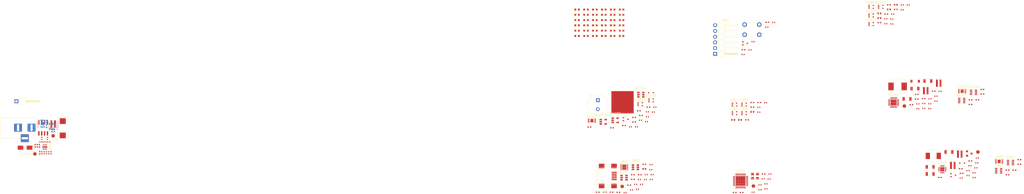
<source format=kicad_pcb>
(kicad_pcb (version 20171130) (host pcbnew "(5.1.4)-1")
  (layers (0 F.Cu mixed) (1 GND mixed) (2 PWR mixed) (31 B.Cu mixed) (34 B.Paste user) (35 F.Paste user) (36 B.SilkS user) (37 F.SilkS user) (38 B.Mask user) (39 F.Mask user) (44 Edge.Cuts user))
  (net 0 "")
  (net 1 +5V)
  (net 2 "Net-(BZ1101-Pad2)")
  (net 3 GND)
  (net 4 +12Vin)
  (net 5 "Net-(C204-Pad1)")
  (net 6 +12V)
  (net 7 POS12_SNS-)
  (net 8 POS12_SNS+)
  (net 9 "Net-(C401-Pad1)")
  (net 10 "Net-(C402-Pad1)")
  (net 11 "Net-(C403-Pad1)")
  (net 12 "Net-(C405-Pad1)")
  (net 13 POS5_SNS_IN-)
  (net 14 POS5_SNS_IN+)
  (net 15 POS5_SNS_OUT+)
  (net 16 POS5_SNS_OUT-)
  (net 17 "Net-(C602-Pad1)")
  (net 18 "Net-(C701-Pad1)")
  (net 19 +3.3V_USB)
  (net 20 +5V_USB)
  (net 21 "/USB UART Bridge/CONN_USB+")
  (net 22 "/USB UART Bridge/CONN_USB-")
  (net 23 "Net-(C809-Pad1)")
  (net 24 "Net-(C902-Pad1)")
  (net 25 "Net-(C1103-Pad1)")
  (net 26 "Net-(C1103-Pad2)")
  (net 27 "Net-(C1105-Pad1)")
  (net 28 "Net-(C1106-Pad1)")
  (net 29 "Net-(C1201-Pad1)")
  (net 30 "Net-(C1202-Pad1)")
  (net 31 "Net-(C1204-Pad1)")
  (net 32 "Net-(C1206-Pad1)")
  (net 33 VLED_SNS_IN-)
  (net 34 VLED_SNS_IN+)
  (net 35 VLED_SNS_OUT+)
  (net 36 VLED_SNS_OUT-)
  (net 37 "Net-(D801-Pad2)")
  (net 38 ~USB_ACTIVE)
  (net 39 "Net-(D901-Pad1)")
  (net 40 "Net-(D901-Pad2)")
  (net 41 "Net-(D902-Pad1)")
  (net 42 "Net-(D902-Pad2)")
  (net 43 "Net-(D903-Pad2)")
  (net 44 "Net-(D903-Pad1)")
  (net 45 "Net-(D1001-Pad2)")
  (net 46 "Net-(D1001-Pad1)")
  (net 47 "Net-(D1002-Pad1)")
  (net 48 "Net-(D1002-Pad2)")
  (net 49 "Net-(D1003-Pad2)")
  (net 50 "Net-(D1003-Pad1)")
  (net 51 "Net-(D1004-Pad1)")
  (net 52 "Net-(D1004-Pad2)")
  (net 53 "Net-(D1201-Pad2)")
  (net 54 "Net-(D1301-Pad1)")
  (net 55 VLED)
  (net 56 "Net-(D1302-Pad1)")
  (net 57 "Net-(D1303-Pad1)")
  (net 58 "Net-(D1304-Pad1)")
  (net 59 "Net-(D1305-Pad1)")
  (net 60 "Net-(D1306-Pad1)")
  (net 61 "Net-(D1307-Pad1)")
  (net 62 "Net-(D1308-Pad1)")
  (net 63 "Net-(D1309-Pad1)")
  (net 64 "Net-(D1310-Pad1)")
  (net 65 "Net-(D1311-Pad1)")
  (net 66 "Net-(D1312-Pad1)")
  (net 67 "Net-(D1313-Pad1)")
  (net 68 "Net-(D1314-Pad1)")
  (net 69 "Net-(D1315-Pad1)")
  (net 70 "Net-(D1316-Pad1)")
  (net 71 "Net-(D1317-Pad1)")
  (net 72 "Net-(D1318-Pad1)")
  (net 73 "Net-(D1319-Pad1)")
  (net 74 "Net-(D1320-Pad1)")
  (net 75 "Net-(D1321-Pad1)")
  (net 76 "Net-(D1322-Pad1)")
  (net 77 "Net-(D1323-Pad1)")
  (net 78 "Net-(D1324-Pad1)")
  (net 79 "Net-(D1325-Pad1)")
  (net 80 "Net-(D1326-Pad1)")
  (net 81 "Net-(D1327-Pad1)")
  (net 82 "Net-(D1328-Pad1)")
  (net 83 "Net-(D1329-Pad1)")
  (net 84 "Net-(D1330-Pad1)")
  (net 85 ~LED_SINK_0)
  (net 86 ~LED_SINK_1)
  (net 87 ~LED_SINK_2)
  (net 88 ~LED_SINK_3)
  (net 89 ~LED_SINK_4)
  (net 90 ~LED_SINK_5)
  (net 91 "Net-(J601-Pad6)")
  (net 92 ICSPCLK)
  (net 93 ICSPDAT)
  (net 94 ~MCLR)
  (net 95 "Net-(J801-Pad1)")
  (net 96 "Net-(J801-Pad4)")
  (net 97 "Net-(J801-Pad6)")
  (net 98 "Net-(L401-Pad1)")
  (net 99 "Net-(Q201-Pad1)")
  (net 100 "Net-(Q201-Pad2)")
  (net 101 "Net-(Q201-Pad4)")
  (net 102 "Net-(Q201-Pad5)")
  (net 103 POS5_RUN)
  (net 104 "Net-(Q401-Pad3)")
  (net 105 "Net-(Q601-Pad1)")
  (net 106 "Net-(Q601-Pad3)")
  (net 107 "Net-(Q1101-Pad1)")
  (net 108 "Net-(R201-Pad2)")
  (net 109 "Net-(R202-Pad2)")
  (net 110 "Net-(R204-Pad2)")
  (net 111 "Net-(R205-Pad1)")
  (net 112 POS12_PGOOD)
  (net 113 POS5_PGOOD)
  (net 114 "Net-(R410-Pad2)")
  (net 115 "Net-(R601-Pad1)")
  (net 116 I2C_SCL)
  (net 117 I2C_SDA)
  (net 118 "Net-(R703-Pad2)")
  (net 119 PIC18F_SOSC)
  (net 120 I2C_CONFIG)
  (net 121 PIC18F_CLKR)
  (net 122 "Net-(R801-Pad2)")
  (net 123 "Net-(R802-Pad2)")
  (net 124 USB_UART_RX)
  (net 125 USB_UART_TX)
  (net 126 POS5_USB_PGOOD)
  (net 127 "/USB UART Bridge/BRIDGE_USB+")
  (net 128 "/USB UART Bridge/BRIDGE_USB-")
  (net 129 Heartbeat_LED)
  (net 130 Reset_LED)
  (net 131 UV_Error_LED)
  (net 132 I2C_Error_LED)
  (net 133 "Net-(R1101-Pad2)")
  (net 134 "Net-(R1102-Pad1)")
  (net 135 "Net-(R1103-Pad1)")
  (net 136 Buzzer_Enable)
  (net 137 "Net-(R1105-Pad2)")
  (net 138 "Net-(R1106-Pad1)")
  (net 139 LED_PWM)
  (net 140 ~LED_FAULT)
  (net 141 LED_EN)
  (net 142 "Net-(R1207-Pad1)")
  (net 143 "Net-(R1209-Pad1)")
  (net 144 "Net-(U302-Pad3)")
  (net 145 "Net-(U502-Pad3)")
  (net 146 "Net-(U701-Pad2)")
  (net 147 "Net-(U701-Pad13)")
  (net 148 "Net-(U701-Pad14)")
  (net 149 Cap_Touch_Timer)
  (net 150 "Net-(U802-Pad2)")
  (net 151 "Net-(U802-Pad8)")
  (net 152 "Net-(U802-Pad11)")
  (net 153 "Net-(U901-Pad3)")
  (net 154 "Net-(U901-Pad1)")
  (net 155 "Net-(U1002-Pad5)")
  (net 156 "Net-(U1102-Pad4)")
  (net 157 "Net-(U1106-Pad3)")
  (net 158 "Net-(U1201-Pad6)")
  (net 159 "Net-(U1402-Pad3)")
  (module Buzzer_Beeper:MagneticBuzzer_CUI_CST-931RP-A (layer F.Cu) (at 302.405224 22.048001)
    (fp_text reference BZ1101 hide)
    (fp_text value CST-931RP)
    (fp_text user + (at -3.3 -2.18) (layer F.SilkS))
    (pad 1 thru_hole rect (at 0 0) (size 1.6 1.6) (drill 0.9) (layers *.Cu *.Mask) (net 1 +5V))
    (pad 2 thru_hole circle (at 0 4) (size 1.6 1.6) (drill 0.9) (layers *.Cu *.Mask) (net 2 "Net-(BZ1101-Pad2)"))
  )
  (module Capacitors_SMD:C_0402 (layer F.Cu) (at 52.5145 42.3545 270)
    (fp_text reference C201 hide)
    (fp_text value 0.1uF)
    (pad 2 smd rect (at 0.55 0 270) (size 0.6 0.5) (layers F.Cu F.Paste F.Mask) (net 3 GND))
    (pad 1 smd rect (at -0.55 0 270) (size 0.6 0.5) (layers F.Cu F.Paste F.Mask) (net 4 +12Vin))
  )
  (module Capacitors_SMD:C_0402 (layer F.Cu) (at 53.467 42.3545 270)
    (fp_text reference C202 hide)
    (fp_text value 10nF)
    (pad 1 smd rect (at -0.55 0 270) (size 0.6 0.5) (layers F.Cu F.Paste F.Mask) (net 4 +12Vin))
    (pad 2 smd rect (at 0.55 0 270) (size 0.6 0.5) (layers F.Cu F.Paste F.Mask) (net 3 GND))
  )
  (module Capacitors_SMD:C_0402 (layer F.Cu) (at 54.4195 42.3545 270)
    (fp_text reference C203 hide)
    (fp_text value 1nF)
    (pad 2 smd rect (at 0.55 0 270) (size 0.6 0.5) (layers F.Cu F.Paste F.Mask) (net 3 GND))
    (pad 1 smd rect (at -0.55 0 270) (size 0.6 0.5) (layers F.Cu F.Paste F.Mask) (net 4 +12Vin))
  )
  (module Capacitors_SMD:C_0402 (layer F.Cu) (at 54.5465 45.466 90)
    (fp_text reference C204 hide)
    (fp_text value 0.1uF)
    (pad 1 smd rect (at -0.55 0 90) (size 0.6 0.5) (layers F.Cu F.Paste F.Mask) (net 5 "Net-(C204-Pad1)"))
    (pad 2 smd rect (at 0.55 0 90) (size 0.6 0.5) (layers F.Cu F.Paste F.Mask) (net 3 GND))
  )
  (module Capacitors_Tantalum_SMD:CP_Tantalum_Case-X_EIA-7343-43_Reflow (layer F.Cu) (at 64.77 34.544 270)
    (fp_text reference C205 hide)
    (fp_text value 100uF)
    (pad 1 smd rect (at -3.175 0 270) (size 2.55 2.7) (layers F.Cu F.Paste F.Mask) (net 6 +12V))
    (pad 2 smd rect (at 3.175 0 270) (size 2.55 2.7) (layers F.Cu F.Paste F.Mask) (net 3 GND))
  )
  (module Capacitors_SMD:C_0402 (layer B.Cu) (at 60.5155 36.068 180)
    (fp_text reference C301 hide)
    (fp_text value 0.1uF)
    (pad 2 smd rect (at 0.55 0 180) (size 0.6 0.5) (layers B.Cu B.Paste B.Mask) (net 7 POS12_SNS-))
    (pad 1 smd rect (at -0.55 0 180) (size 0.6 0.5) (layers B.Cu B.Paste B.Mask) (net 8 POS12_SNS+))
  )
  (module Capacitors_SMD:C_0402 (layer B.Cu) (at 57.5945 33.655 90)
    (fp_text reference C302 hide)
    (fp_text value 0.1uF)
    (pad 2 smd rect (at 0.55 0 90) (size 0.6 0.5) (layers B.Cu B.Paste B.Mask) (net 3 GND))
    (pad 1 smd rect (at -0.55 0 90) (size 0.6 0.5) (layers B.Cu B.Paste B.Mask) (net 1 +5V))
  )
  (module Capacitors_SMD:C_0402 (layer B.Cu) (at 57.5945 31.5595 270)
    (fp_text reference C303 hide)
    (fp_text value 0.1uF)
    (pad 1 smd rect (at -0.55 0 270) (size 0.6 0.5) (layers B.Cu B.Paste B.Mask) (net 1 +5V))
    (pad 2 smd rect (at 0.55 0 270) (size 0.6 0.5) (layers B.Cu B.Paste B.Mask) (net 3 GND))
  )
  (module Capacitors_SMD:C_1206 (layer F.Cu) (at 458.330501 45.105501)
    (fp_text reference C401 hide)
    (fp_text value 10uF)
    (pad 2 smd rect (at 1.5 0) (size 1 1.6) (layers F.Cu F.Paste F.Mask) (net 3 GND))
    (pad 1 smd rect (at -1.5 0) (size 1 1.6) (layers F.Cu F.Paste F.Mask) (net 9 "Net-(C401-Pad1)"))
  )
  (module Capacitors_SMD:C_0402 (layer F.Cu) (at 454.280501 56.455501)
    (fp_text reference C402 hide)
    (fp_text value 10nF)
    (pad 2 smd rect (at 0.55 0) (size 0.6 0.5) (layers F.Cu F.Paste F.Mask) (net 3 GND))
    (pad 1 smd rect (at -0.55 0) (size 0.6 0.5) (layers F.Cu F.Paste F.Mask) (net 10 "Net-(C402-Pad1)"))
  )
  (module Capacitors_SMD:C_0402 (layer F.Cu) (at 467.830501 49.105501)
    (fp_text reference C403 hide)
    (fp_text value 4.7uF)
    (pad 2 smd rect (at 0.55 0) (size 0.6 0.5) (layers F.Cu F.Paste F.Mask) (net 3 GND))
    (pad 1 smd rect (at -0.55 0) (size 0.6 0.5) (layers F.Cu F.Paste F.Mask) (net 11 "Net-(C403-Pad1)"))
  )
  (module Capacitors_SMD:C_0402 (layer F.Cu) (at 463.580501 52.555501)
    (fp_text reference C404 hide)
    (fp_text value 0.1uF)
    (pad 1 smd rect (at -0.55 0) (size 0.6 0.5) (layers F.Cu F.Paste F.Mask) (net 9 "Net-(C401-Pad1)"))
    (pad 2 smd rect (at 0.55 0) (size 0.6 0.5) (layers F.Cu F.Paste F.Mask) (net 3 GND))
  )
  (module Capacitors_SMD:C_1206 (layer F.Cu) (at 449.980501 54.915501)
    (fp_text reference C405 hide)
    (fp_text value 22uF)
    (pad 1 smd rect (at -1.5 0) (size 1 1.6) (layers F.Cu F.Paste F.Mask) (net 12 "Net-(C405-Pad1)"))
    (pad 2 smd rect (at 1.5 0) (size 1 1.6) (layers F.Cu F.Paste F.Mask) (net 3 GND))
  )
  (module Capacitors_SMD:C_1206 (layer F.Cu) (at 449.980501 51.755501)
    (fp_text reference C406 hide)
    (fp_text value 22uF)
    (pad 2 smd rect (at 1.5 0) (size 1 1.6) (layers F.Cu F.Paste F.Mask) (net 3 GND))
    (pad 1 smd rect (at -1.5 0) (size 1 1.6) (layers F.Cu F.Paste F.Mask) (net 12 "Net-(C405-Pad1)"))
  )
  (module Capacitors_SMD:C_0402 (layer F.Cu) (at 463.980501 54.615501)
    (fp_text reference C407 hide)
    (fp_text value 0.1uF)
    (pad 1 smd rect (at -0.55 0) (size 0.6 0.5) (layers F.Cu F.Paste F.Mask) (net 1 +5V))
    (pad 2 smd rect (at 0.55 0) (size 0.6 0.5) (layers F.Cu F.Paste F.Mask) (net 3 GND))
  )
  (module Capacitors_SMD:C_0402 (layer F.Cu) (at 489.612001 48.531001)
    (fp_text reference C501 hide)
    (fp_text value 0.1uF)
    (pad 2 smd rect (at 0.55 0) (size 0.6 0.5) (layers F.Cu F.Paste F.Mask) (net 13 POS5_SNS_IN-))
    (pad 1 smd rect (at -0.55 0) (size 0.6 0.5) (layers F.Cu F.Paste F.Mask) (net 14 POS5_SNS_IN+))
  )
  (module Capacitors_SMD:C_0402 (layer F.Cu) (at 484.362001 55.241001)
    (fp_text reference C502 hide)
    (fp_text value 0.1uF)
    (pad 2 smd rect (at 0.55 0) (size 0.6 0.5) (layers F.Cu F.Paste F.Mask) (net 3 GND))
    (pad 1 smd rect (at -0.55 0) (size 0.6 0.5) (layers F.Cu F.Paste F.Mask) (net 1 +5V))
  )
  (module Capacitors_SMD:C_0402 (layer F.Cu) (at 489.612001 50.591001)
    (fp_text reference C503 hide)
    (fp_text value 0.1uF)
    (pad 1 smd rect (at -0.55 0) (size 0.6 0.5) (layers F.Cu F.Paste F.Mask) (net 1 +5V))
    (pad 2 smd rect (at 0.55 0) (size 0.6 0.5) (layers F.Cu F.Paste F.Mask) (net 3 GND))
  )
  (module Capacitors_SMD:C_0402 (layer F.Cu) (at 484.362001 53.181001)
    (fp_text reference C504 hide)
    (fp_text value 0.1uF)
    (pad 1 smd rect (at -0.55 0) (size 0.6 0.5) (layers F.Cu F.Paste F.Mask) (net 15 POS5_SNS_OUT+))
    (pad 2 smd rect (at 0.55 0) (size 0.6 0.5) (layers F.Cu F.Paste F.Mask) (net 16 POS5_SNS_OUT-))
  )
  (module Capacitors_SMD:C_0402 (layer F.Cu) (at 487.412001 53.181001)
    (fp_text reference C505 hide)
    (fp_text value 0.1uF)
    (pad 2 smd rect (at 0.55 0) (size 0.6 0.5) (layers F.Cu F.Paste F.Mask) (net 3 GND))
    (pad 1 smd rect (at -0.55 0) (size 0.6 0.5) (layers F.Cu F.Paste F.Mask) (net 1 +5V))
  )
  (module Capacitors_SMD:C_0402 (layer F.Cu) (at 367.099501 -0.414499)
    (fp_text reference C601 hide)
    (fp_text value 0.1uF)
    (pad 2 smd rect (at 0.55 0) (size 0.6 0.5) (layers F.Cu F.Paste F.Mask) (net 3 GND))
    (pad 1 smd rect (at -0.55 0) (size 0.6 0.5) (layers F.Cu F.Paste F.Mask) (net 1 +5V))
  )
  (module Capacitors_SMD:C_0402 (layer F.Cu) (at 377.649501 -12.614499)
    (fp_text reference C602 hide)
    (fp_text value 0.1uF)
    (pad 1 smd rect (at -0.55 0) (size 0.6 0.5) (layers F.Cu F.Paste F.Mask) (net 17 "Net-(C602-Pad1)"))
    (pad 2 smd rect (at 0.55 0) (size 0.6 0.5) (layers F.Cu F.Paste F.Mask) (net 3 GND))
  )
  (module Capacitors_SMD:C_0402 (layer F.Cu) (at 363.186501 63.143501)
    (fp_text reference C701 hide)
    (fp_text value 0.1uF)
    (pad 2 smd rect (at 0.55 0) (size 0.6 0.5) (layers F.Cu F.Paste F.Mask) (net 3 GND))
    (pad 1 smd rect (at -0.55 0) (size 0.6 0.5) (layers F.Cu F.Paste F.Mask) (net 18 "Net-(C701-Pad1)"))
  )
  (module Capacitors_SMD:C_0402 (layer F.Cu) (at 376.036501 54.893501)
    (fp_text reference C702 hide)
    (fp_text value 10nF)
    (pad 1 smd rect (at -0.55 0) (size 0.6 0.5) (layers F.Cu F.Paste F.Mask) (net 18 "Net-(C701-Pad1)"))
    (pad 2 smd rect (at 0.55 0) (size 0.6 0.5) (layers F.Cu F.Paste F.Mask) (net 3 GND))
  )
  (module Capacitors_SMD:C_0402 (layer F.Cu) (at 366.236501 63.143501)
    (fp_text reference C703 hide)
    (fp_text value 1nF)
    (pad 2 smd rect (at 0.55 0) (size 0.6 0.5) (layers F.Cu F.Paste F.Mask) (net 3 GND))
    (pad 1 smd rect (at -0.55 0) (size 0.6 0.5) (layers F.Cu F.Paste F.Mask) (net 18 "Net-(C701-Pad1)"))
  )
  (module Capacitors_SMD:C_0402 (layer F.Cu) (at 323.046001 50.588001)
    (fp_text reference C801 hide)
    (fp_text value 0.1uF)
    (pad 1 smd rect (at -0.55 0) (size 0.6 0.5) (layers F.Cu F.Paste F.Mask) (net 19 +3.3V_USB))
    (pad 2 smd rect (at 0.55 0) (size 0.6 0.5) (layers F.Cu F.Paste F.Mask) (net 3 GND))
  )
  (module Capacitors_SMD:C_0402 (layer F.Cu) (at 308.496001 63.038001)
    (fp_text reference C802 hide)
    (fp_text value 0.1uF)
    (pad 1 smd rect (at -0.55 0) (size 0.6 0.5) (layers F.Cu F.Paste F.Mask) (net 1 +5V))
    (pad 2 smd rect (at 0.55 0) (size 0.6 0.5) (layers F.Cu F.Paste F.Mask) (net 3 GND))
  )
  (module Capacitors_SMD:C_0402 (layer F.Cu) (at 317.996001 55.238001)
    (fp_text reference C803 hide)
    (fp_text value 0.1uF)
    (pad 2 smd rect (at 0.55 0) (size 0.6 0.5) (layers F.Cu F.Paste F.Mask) (net 3 GND))
    (pad 1 smd rect (at -0.55 0) (size 0.6 0.5) (layers F.Cu F.Paste F.Mask) (net 20 +5V_USB))
  )
  (module Capacitors_SMD:C_0402 (layer F.Cu) (at 311.546001 63.068001)
    (fp_text reference C804 hide)
    (fp_text value 4.7uF)
    (pad 1 smd rect (at -0.55 0) (size 0.6 0.5) (layers F.Cu F.Paste F.Mask) (net 20 +5V_USB))
    (pad 2 smd rect (at 0.55 0) (size 0.6 0.5) (layers F.Cu F.Paste F.Mask) (net 3 GND))
  )
  (module Capacitors_SMD:C_0402 (layer F.Cu) (at 305.446001 63.038001)
    (fp_text reference C805 hide)
    (fp_text value 0.1uF)
    (pad 2 smd rect (at 0.55 0) (size 0.6 0.5) (layers F.Cu F.Paste F.Mask) (net 3 GND))
    (pad 1 smd rect (at -0.55 0) (size 0.6 0.5) (layers F.Cu F.Paste F.Mask) (net 20 +5V_USB))
  )
  (module Capacitors_SMD:C_0402 (layer F.Cu) (at 302.396001 63.038001)
    (fp_text reference C806 hide)
    (fp_text value 0.1uF)
    (pad 2 smd rect (at 0.55 0) (size 0.6 0.5) (layers F.Cu F.Paste F.Mask) (net 3 GND))
    (pad 1 smd rect (at -0.55 0) (size 0.6 0.5) (layers F.Cu F.Paste F.Mask) (net 19 +3.3V_USB))
  )
  (module Capacitors_SMD:C_0402 (layer F.Cu) (at 321.046001 55.238001)
    (fp_text reference C807 hide)
    (fp_text value 47pF)
    (pad 1 smd rect (at -0.55 0) (size 0.6 0.5) (layers F.Cu F.Paste F.Mask) (net 21 "/USB UART Bridge/CONN_USB+"))
    (pad 2 smd rect (at 0.55 0) (size 0.6 0.5) (layers F.Cu F.Paste F.Mask) (net 3 GND))
  )
  (module Capacitors_SMD:C_0402 (layer F.Cu) (at 316.326001 59.888001)
    (fp_text reference C808 hide)
    (fp_text value 47pF)
    (pad 2 smd rect (at 0.55 0) (size 0.6 0.5) (layers F.Cu F.Paste F.Mask) (net 3 GND))
    (pad 1 smd rect (at -0.55 0) (size 0.6 0.5) (layers F.Cu F.Paste F.Mask) (net 22 "/USB UART Bridge/CONN_USB-"))
  )
  (module Capacitors_SMD:C_0402 (layer F.Cu) (at 317.996001 57.298001)
    (fp_text reference C809 hide)
    (fp_text value 0.1uF)
    (pad 2 smd rect (at 0.55 0) (size 0.6 0.5) (layers F.Cu F.Paste F.Mask) (net 3 GND))
    (pad 1 smd rect (at -0.55 0) (size 0.6 0.5) (layers F.Cu F.Paste F.Mask) (net 23 "Net-(C809-Pad1)"))
  )
  (module Capacitors_SMD:C_0402 (layer F.Cu) (at 371.023001 23.102001)
    (fp_text reference C901 hide)
    (fp_text value 0.1uF)
    (pad 1 smd rect (at -0.55 0) (size 0.6 0.5) (layers F.Cu F.Paste F.Mask) (net 6 +12V))
    (pad 2 smd rect (at 0.55 0) (size 0.6 0.5) (layers F.Cu F.Paste F.Mask) (net 3 GND))
  )
  (module Capacitors_SMD:C_0402 (layer F.Cu) (at 371.023001 25.162001)
    (fp_text reference C902 hide)
    (fp_text value 4.7uF)
    (pad 2 smd rect (at 0.55 0) (size 0.6 0.5) (layers F.Cu F.Paste F.Mask) (net 3 GND))
    (pad 1 smd rect (at -0.55 0) (size 0.6 0.5) (layers F.Cu F.Paste F.Mask) (net 24 "Net-(C902-Pad1)"))
  )
  (module Capacitors_SMD:C_0402 (layer F.Cu) (at 374.073001 23.102001)
    (fp_text reference C903 hide)
    (fp_text value 0.1uF)
    (pad 2 smd rect (at 0.55 0) (size 0.6 0.5) (layers F.Cu F.Paste F.Mask) (net 3 GND))
    (pad 1 smd rect (at -0.55 0) (size 0.6 0.5) (layers F.Cu F.Paste F.Mask) (net 1 +5V))
  )
  (module Capacitors_SMD:C_0402 (layer F.Cu) (at 368.623001 30.802001)
    (fp_text reference C904 hide)
    (fp_text value 0.1uF)
    (pad 1 smd rect (at -0.55 0) (size 0.6 0.5) (layers F.Cu F.Paste F.Mask) (net 1 +5V))
    (pad 2 smd rect (at 0.55 0) (size 0.6 0.5) (layers F.Cu F.Paste F.Mask) (net 3 GND))
  )
  (module Capacitors_SMD:C_0402 (layer F.Cu) (at 427.444001 -12.475999)
    (fp_text reference C1001 hide)
    (fp_text value 0.1uF)
    (pad 1 smd rect (at -0.55 0) (size 0.6 0.5) (layers F.Cu F.Paste F.Mask) (net 1 +5V))
    (pad 2 smd rect (at 0.55 0) (size 0.6 0.5) (layers F.Cu F.Paste F.Mask) (net 3 GND))
  )
  (module Capacitors_SMD:C_0402 (layer F.Cu) (at 434.744001 -18.375999)
    (fp_text reference C1002 hide)
    (fp_text value 0.1uF)
    (pad 2 smd rect (at 0.55 0) (size 0.6 0.5) (layers F.Cu F.Paste F.Mask) (net 3 GND))
    (pad 1 smd rect (at -0.55 0) (size 0.6 0.5) (layers F.Cu F.Paste F.Mask) (net 1 +5V))
  )
  (module Capacitors_SMD:C_0402 (layer F.Cu) (at 430.494001 -16.315999)
    (fp_text reference C1003 hide)
    (fp_text value 0.1uF)
    (pad 1 smd rect (at -0.55 0) (size 0.6 0.5) (layers F.Cu F.Paste F.Mask) (net 1 +5V))
    (pad 2 smd rect (at 0.55 0) (size 0.6 0.5) (layers F.Cu F.Paste F.Mask) (net 3 GND))
  )
  (module Capacitors_SMD:C_0402 (layer F.Cu) (at 431.694001 -20.425999)
    (fp_text reference C1004 hide)
    (fp_text value 0.1uF)
    (pad 2 smd rect (at 0.55 0) (size 0.6 0.5) (layers F.Cu F.Paste F.Mask) (net 3 GND))
    (pad 1 smd rect (at -0.55 0) (size 0.6 0.5) (layers F.Cu F.Paste F.Mask) (net 1 +5V))
  )
  (module Capacitors_SMD:C_0402 (layer F.Cu) (at 308.749501 34.353001)
    (fp_text reference C1101 hide)
    (fp_text value 0.1uF)
    (pad 2 smd rect (at 0.55 0) (size 0.6 0.5) (layers F.Cu F.Paste F.Mask) (net 3 GND))
    (pad 1 smd rect (at -0.55 0) (size 0.6 0.5) (layers F.Cu F.Paste F.Mask) (net 1 +5V))
  )
  (module Capacitors_SMD:C_0402 (layer F.Cu) (at 298.649501 34.003001)
    (fp_text reference C1102 hide)
    (fp_text value 0.1uF)
    (pad 1 smd rect (at -0.55 0) (size 0.6 0.5) (layers F.Cu F.Paste F.Mask) (net 1 +5V))
    (pad 2 smd rect (at 0.55 0) (size 0.6 0.5) (layers F.Cu F.Paste F.Mask) (net 3 GND))
  )
  (module Capacitors_SMD:C_0402 (layer F.Cu) (at 314.059501 33.353001)
    (fp_text reference C1103 hide)
    (fp_text value 10nF)
    (pad 1 smd rect (at -0.55 0) (size 0.6 0.5) (layers F.Cu F.Paste F.Mask) (net 25 "Net-(C1103-Pad1)"))
    (pad 2 smd rect (at 0.55 0) (size 0.6 0.5) (layers F.Cu F.Paste F.Mask) (net 26 "Net-(C1103-Pad2)"))
  )
  (module Capacitors_SMD:C_0402 (layer F.Cu) (at 321.559501 28.863001)
    (fp_text reference C1104 hide)
    (fp_text value 0.1uF)
    (pad 1 smd rect (at -0.55 0) (size 0.6 0.5) (layers F.Cu F.Paste F.Mask) (net 1 +5V))
    (pad 2 smd rect (at 0.55 0) (size 0.6 0.5) (layers F.Cu F.Paste F.Mask) (net 3 GND))
  )
  (module Capacitors_SMD:C_0402 (layer F.Cu) (at 318.509501 31.763001)
    (fp_text reference C1105 hide)
    (fp_text value 0.1uF)
    (pad 1 smd rect (at -0.55 0) (size 0.6 0.5) (layers F.Cu F.Paste F.Mask) (net 27 "Net-(C1105-Pad1)"))
    (pad 2 smd rect (at 0.55 0) (size 0.6 0.5) (layers F.Cu F.Paste F.Mask) (net 3 GND))
  )
  (module Capacitors_SMD:C_0402 (layer F.Cu) (at 324.859501 25.103001)
    (fp_text reference C1106 hide)
    (fp_text value 10uF)
    (pad 2 smd rect (at 0.55 0) (size 0.6 0.5) (layers F.Cu F.Paste F.Mask) (net 3 GND))
    (pad 1 smd rect (at -0.55 0) (size 0.6 0.5) (layers F.Cu F.Paste F.Mask) (net 28 "Net-(C1106-Pad1)"))
  )
  (module Capacitors_SMD:C_0402 (layer F.Cu) (at 320.609501 26.803001)
    (fp_text reference C1107 hide)
    (fp_text value 0.1uF)
    (pad 2 smd rect (at 0.55 0) (size 0.6 0.5) (layers F.Cu F.Paste F.Mask) (net 3 GND))
    (pad 1 smd rect (at -0.55 0) (size 0.6 0.5) (layers F.Cu F.Paste F.Mask) (net 1 +5V))
  )
  (module Capacitors_SMD:C_0402 (layer F.Cu) (at 318.509501 29.703001)
    (fp_text reference C1108 hide)
    (fp_text value 0.1uF)
    (pad 2 smd rect (at 0.55 0) (size 0.6 0.5) (layers F.Cu F.Paste F.Mask) (net 3 GND))
    (pad 1 smd rect (at -0.55 0) (size 0.6 0.5) (layers F.Cu F.Paste F.Mask) (net 1 +5V))
  )
  (module Capacitors_SMD:C_0402 (layer F.Cu) (at 447.071501 21.376001)
    (fp_text reference C1201 hide)
    (fp_text value 0.1uF)
    (pad 2 smd rect (at 0.55 0) (size 0.6 0.5) (layers F.Cu F.Paste F.Mask) (net 3 GND))
    (pad 1 smd rect (at -0.55 0) (size 0.6 0.5) (layers F.Cu F.Paste F.Mask) (net 29 "Net-(C1201-Pad1)"))
  )
  (module Capacitors_SMD:C_0402 (layer F.Cu) (at 444.021501 19.486001)
    (fp_text reference C1202 hide)
    (fp_text value 1uF)
    (pad 1 smd rect (at -0.55 0) (size 0.6 0.5) (layers F.Cu F.Paste F.Mask) (net 30 "Net-(C1202-Pad1)"))
    (pad 2 smd rect (at 0.55 0) (size 0.6 0.5) (layers F.Cu F.Paste F.Mask) (net 3 GND))
  )
  (module Capacitors_SMD:C_0402 (layer F.Cu) (at 451.571501 18.026001)
    (fp_text reference C1203 hide)
    (fp_text value 1uF)
    (pad 1 smd rect (at -0.55 0) (size 0.6 0.5) (layers F.Cu F.Paste F.Mask) (net 1 +5V))
    (pad 2 smd rect (at 0.55 0) (size 0.6 0.5) (layers F.Cu F.Paste F.Mask) (net 3 GND))
  )
  (module Capacitors_SMD:C_1206 (layer F.Cu) (at 443.221501 16.876001)
    (fp_text reference C1204 hide)
    (fp_text value 10uF)
    (pad 1 smd rect (at -1.5 0) (size 1 1.6) (layers F.Cu F.Paste F.Mask) (net 31 "Net-(C1204-Pad1)"))
    (pad 2 smd rect (at 1.5 0) (size 1 1.6) (layers F.Cu F.Paste F.Mask) (net 3 GND))
  )
  (module Capacitors_SMD:C_0402 (layer F.Cu) (at 444.021501 21.546001)
    (fp_text reference C1205 hide)
    (fp_text value 0.1uF)
    (pad 1 smd rect (at -0.55 0) (size 0.6 0.5) (layers F.Cu F.Paste F.Mask) (net 1 +5V))
    (pad 2 smd rect (at 0.55 0) (size 0.6 0.5) (layers F.Cu F.Paste F.Mask) (net 3 GND))
  )
  (module Capacitors_SMD:C_0402 (layer F.Cu) (at 441.651501 24.086001)
    (fp_text reference C1206 hide)
    (fp_text value 47pF)
    (pad 2 smd rect (at 0.55 0) (size 0.6 0.5) (layers F.Cu F.Paste F.Mask) (net 3 GND))
    (pad 1 smd rect (at -0.55 0) (size 0.6 0.5) (layers F.Cu F.Paste F.Mask) (net 32 "Net-(C1206-Pad1)"))
  )
  (module Capacitors_SMD:C_1206 (layer F.Cu) (at 448.971501 13.526001)
    (fp_text reference C1207 hide)
    (fp_text value 4.7uF)
    (pad 2 smd rect (at 1.5 0) (size 1 1.6) (layers F.Cu F.Paste F.Mask) (net 3 GND))
    (pad 1 smd rect (at -1.5 0) (size 1 1.6) (layers F.Cu F.Paste F.Mask) (net 32 "Net-(C1206-Pad1)"))
  )
  (module Capacitors_SMD:C_1206 (layer F.Cu) (at 439.721501 21.476001)
    (fp_text reference C1208 hide)
    (fp_text value 4.7uF)
    (pad 1 smd rect (at -1.5 0) (size 1 1.6) (layers F.Cu F.Paste F.Mask) (net 32 "Net-(C1206-Pad1)"))
    (pad 2 smd rect (at 1.5 0) (size 1 1.6) (layers F.Cu F.Paste F.Mask) (net 3 GND))
  )
  (module Capacitors_SMD:C_0402 (layer F.Cu) (at 467.944501 21.888001)
    (fp_text reference C1401 hide)
    (fp_text value 0.1uF)
    (pad 2 smd rect (at 0.55 0) (size 0.6 0.5) (layers F.Cu F.Paste F.Mask) (net 33 VLED_SNS_IN-))
    (pad 1 smd rect (at -0.55 0) (size 0.6 0.5) (layers F.Cu F.Paste F.Mask) (net 34 VLED_SNS_IN+))
  )
  (module Capacitors_SMD:C_0402 (layer F.Cu) (at 473.194501 17.238001)
    (fp_text reference C1402 hide)
    (fp_text value 0.1uF)
    (pad 1 smd rect (at -0.55 0) (size 0.6 0.5) (layers F.Cu F.Paste F.Mask) (net 1 +5V))
    (pad 2 smd rect (at 0.55 0) (size 0.6 0.5) (layers F.Cu F.Paste F.Mask) (net 3 GND))
  )
  (module Capacitors_SMD:C_0402 (layer F.Cu) (at 467.944501 23.948001)
    (fp_text reference C1403 hide)
    (fp_text value 0.1uF)
    (pad 1 smd rect (at -0.55 0) (size 0.6 0.5) (layers F.Cu F.Paste F.Mask) (net 1 +5V))
    (pad 2 smd rect (at 0.55 0) (size 0.6 0.5) (layers F.Cu F.Paste F.Mask) (net 3 GND))
  )
  (module Capacitors_SMD:C_0402 (layer F.Cu) (at 470.994501 21.888001)
    (fp_text reference C1404 hide)
    (fp_text value 0.1uF)
    (pad 1 smd rect (at -0.55 0) (size 0.6 0.5) (layers F.Cu F.Paste F.Mask) (net 35 VLED_SNS_OUT+))
    (pad 2 smd rect (at 0.55 0) (size 0.6 0.5) (layers F.Cu F.Paste F.Mask) (net 36 VLED_SNS_OUT-))
  )
  (module Capacitors_SMD:C_0402 (layer F.Cu) (at 473.194501 19.298001)
    (fp_text reference C1405 hide)
    (fp_text value 0.1uF)
    (pad 1 smd rect (at -0.55 0) (size 0.6 0.5) (layers F.Cu F.Paste F.Mask) (net 1 +5V))
    (pad 2 smd rect (at 0.55 0) (size 0.6 0.5) (layers F.Cu F.Paste F.Mask) (net 3 GND))
  )
  (module Diodes_SMD:D_SMA (layer F.Cu) (at 48.006 43.18 180)
    (fp_text reference D201 hide)
    (fp_text value 24V)
    (pad 1 smd rect (at -2 0 180) (size 2.5 1.8) (layers F.Cu F.Paste F.Mask) (net 4 +12Vin))
    (pad 2 smd rect (at 2 0 180) (size 2.5 1.8) (layers F.Cu F.Paste F.Mask) (net 3 GND))
  )
  (module Diode_SMD:D_SOD-323 (layer F.Cu) (at 464.180501 50.050501)
    (fp_text reference D401 hide)
    (fp_text value BAT48JFILM)
    (pad 2 smd rect (at 1.05 0) (size 0.6 0.45) (layers F.Cu F.Paste F.Mask) (net 1 +5V))
    (pad 1 smd rect (at -1.05 0) (size 0.6 0.45) (layers F.Cu F.Paste F.Mask) (net 11 "Net-(C403-Pad1)"))
  )
  (module LEDs:LED_0402 (layer F.Cu) (at 323.046001 52.643001)
    (fp_text reference D801 hide)
    (fp_text value Yellow)
    (pad 2 smd rect (at 0.55 0 180) (size 0.6 0.7) (layers F.Cu F.Paste F.Mask) (net 37 "Net-(D801-Pad2)"))
    (pad 1 smd rect (at -0.55 0 180) (size 0.6 0.7) (layers F.Cu F.Paste F.Mask) (net 38 ~USB_ACTIVE))
  )
  (module LEDs:LED_0402 (layer F.Cu) (at 371.023001 27.217001)
    (fp_text reference D901 hide)
    (fp_text value Green)
    (pad 1 smd rect (at -0.55 0 180) (size 0.6 0.7) (layers F.Cu F.Paste F.Mask) (net 39 "Net-(D901-Pad1)"))
    (pad 2 smd rect (at 0.55 0 180) (size 0.6 0.7) (layers F.Cu F.Paste F.Mask) (net 40 "Net-(D901-Pad2)"))
  )
  (module LEDs:LED_0402 (layer F.Cu) (at 365.573001 30.797001)
    (fp_text reference D902 hide)
    (fp_text value Green)
    (pad 1 smd rect (at -0.55 0 180) (size 0.6 0.7) (layers F.Cu F.Paste F.Mask) (net 41 "Net-(D902-Pad1)"))
    (pad 2 smd rect (at 0.55 0 180) (size 0.6 0.7) (layers F.Cu F.Paste F.Mask) (net 42 "Net-(D902-Pad2)"))
  )
  (module LEDs:LED_0402 (layer F.Cu) (at 362.523001 30.797001)
    (fp_text reference D903 hide)
    (fp_text value Green)
    (pad 2 smd rect (at 0.55 0 180) (size 0.6 0.7) (layers F.Cu F.Paste F.Mask) (net 43 "Net-(D903-Pad2)"))
    (pad 1 smd rect (at -0.55 0 180) (size 0.6 0.7) (layers F.Cu F.Paste F.Mask) (net 44 "Net-(D903-Pad1)"))
  )
  (module LEDs:LED_0402 (layer F.Cu) (at 431.694001 -18.370999)
    (fp_text reference D1001 hide)
    (fp_text value Green)
    (pad 2 smd rect (at 0.55 0 180) (size 0.6 0.7) (layers F.Cu F.Paste F.Mask) (net 45 "Net-(D1001-Pad2)"))
    (pad 1 smd rect (at -0.55 0 180) (size 0.6 0.7) (layers F.Cu F.Paste F.Mask) (net 46 "Net-(D1001-Pad1)"))
  )
  (module LEDs:LED_0402 (layer F.Cu) (at 434.744001 -20.430999)
    (fp_text reference D1002 hide)
    (fp_text value Red)
    (pad 1 smd rect (at -0.55 0 180) (size 0.6 0.7) (layers F.Cu F.Paste F.Mask) (net 47 "Net-(D1002-Pad1)"))
    (pad 2 smd rect (at 0.55 0 180) (size 0.6 0.7) (layers F.Cu F.Paste F.Mask) (net 48 "Net-(D1002-Pad2)"))
  )
  (module LEDs:LED_0402 (layer F.Cu) (at 427.444001 -16.580999)
    (fp_text reference D1003 hide)
    (fp_text value Red)
    (pad 2 smd rect (at 0.55 0 180) (size 0.6 0.7) (layers F.Cu F.Paste F.Mask) (net 49 "Net-(D1003-Pad2)"))
    (pad 1 smd rect (at -0.55 0 180) (size 0.6 0.7) (layers F.Cu F.Paste F.Mask) (net 50 "Net-(D1003-Pad1)"))
  )
  (module LEDs:LED_0402 (layer F.Cu) (at 427.444001 -14.530999)
    (fp_text reference D1004 hide)
    (fp_text value Red)
    (pad 1 smd rect (at -0.55 0 180) (size 0.6 0.7) (layers F.Cu F.Paste F.Mask) (net 51 "Net-(D1004-Pad1)"))
    (pad 2 smd rect (at 0.55 0 180) (size 0.6 0.7) (layers F.Cu F.Paste F.Mask) (net 52 "Net-(D1004-Pad2)"))
  )
  (module Diode_SMD:D_SOD-323 (layer F.Cu) (at 326.059501 18.748001)
    (fp_text reference D1101 hide)
    (fp_text value BAT48JFILM)
    (pad 1 smd rect (at -1.05 0) (size 0.6 0.45) (layers F.Cu F.Paste F.Mask) (net 1 +5V))
    (pad 2 smd rect (at 1.05 0) (size 0.6 0.45) (layers F.Cu F.Paste F.Mask) (net 2 "Net-(BZ1101-Pad2)"))
  )
  (module Diode_SMD:D_SOD-123 (layer F.Cu) (at 443.321501 13.621001)
    (fp_text reference D1201 hide)
    (fp_text value PMEG6010CEH)
    (pad 1 smd rect (at -1.65 0) (size 0.9 1.2) (layers F.Cu F.Paste F.Mask) (net 32 "Net-(C1206-Pad1)"))
    (pad 2 smd rect (at 1.65 0) (size 0.9 1.2) (layers F.Cu F.Paste F.Mask) (net 53 "Net-(D1201-Pad2)"))
  )
  (module LEDs:LED_0603 (layer F.Cu) (at 297.136501 -6.568499)
    (fp_text reference D1301 hide)
    (fp_text value UV)
    (pad 1 smd rect (at -0.8 0 180) (size 0.8 0.8) (layers F.Cu F.Paste F.Mask) (net 54 "Net-(D1301-Pad1)"))
    (pad 2 smd rect (at 0.8 0 180) (size 0.8 0.8) (layers F.Cu F.Paste F.Mask) (net 55 VLED))
  )
  (module LEDs:LED_0603 (layer F.Cu) (at 305.036501 -6.568499)
    (fp_text reference D1302 hide)
    (fp_text value UV)
    (pad 1 smd rect (at -0.8 0 180) (size 0.8 0.8) (layers F.Cu F.Paste F.Mask) (net 56 "Net-(D1302-Pad1)"))
    (pad 2 smd rect (at 0.8 0 180) (size 0.8 0.8) (layers F.Cu F.Paste F.Mask) (net 55 VLED))
  )
  (module LEDs:LED_0603 (layer F.Cu) (at 301.086501 -13.618499)
    (fp_text reference D1303 hide)
    (fp_text value UV)
    (pad 1 smd rect (at -0.8 0 180) (size 0.8 0.8) (layers F.Cu F.Paste F.Mask) (net 57 "Net-(D1303-Pad1)"))
    (pad 2 smd rect (at 0.8 0 180) (size 0.8 0.8) (layers F.Cu F.Paste F.Mask) (net 55 VLED))
  )
  (module LEDs:LED_0603 (layer F.Cu) (at 308.986501 -8.918499)
    (fp_text reference D1304 hide)
    (fp_text value UV)
    (pad 1 smd rect (at -0.8 0 180) (size 0.8 0.8) (layers F.Cu F.Paste F.Mask) (net 58 "Net-(D1304-Pad1)"))
    (pad 2 smd rect (at 0.8 0 180) (size 0.8 0.8) (layers F.Cu F.Paste F.Mask) (net 55 VLED))
  )
  (module LEDs:LED_0603 (layer F.Cu) (at 308.986501 -6.568499)
    (fp_text reference D1305 hide)
    (fp_text value UV)
    (pad 2 smd rect (at 0.8 0 180) (size 0.8 0.8) (layers F.Cu F.Paste F.Mask) (net 55 VLED))
    (pad 1 smd rect (at -0.8 0 180) (size 0.8 0.8) (layers F.Cu F.Paste F.Mask) (net 59 "Net-(D1305-Pad1)"))
  )
  (module LEDs:LED_0603 (layer F.Cu) (at 312.936501 -11.268499)
    (fp_text reference D1306 hide)
    (fp_text value UV)
    (pad 1 smd rect (at -0.8 0 180) (size 0.8 0.8) (layers F.Cu F.Paste F.Mask) (net 60 "Net-(D1306-Pad1)"))
    (pad 2 smd rect (at 0.8 0 180) (size 0.8 0.8) (layers F.Cu F.Paste F.Mask) (net 55 VLED))
  )
  (module LEDs:LED_0603 (layer F.Cu) (at 312.936501 -8.918499)
    (fp_text reference D1307 hide)
    (fp_text value UV)
    (pad 1 smd rect (at -0.8 0 180) (size 0.8 0.8) (layers F.Cu F.Paste F.Mask) (net 61 "Net-(D1307-Pad1)"))
    (pad 2 smd rect (at 0.8 0 180) (size 0.8 0.8) (layers F.Cu F.Paste F.Mask) (net 54 "Net-(D1301-Pad1)"))
  )
  (module LEDs:LED_0603 (layer F.Cu) (at 312.936501 -6.568499)
    (fp_text reference D1308 hide)
    (fp_text value UV)
    (pad 2 smd rect (at 0.8 0 180) (size 0.8 0.8) (layers F.Cu F.Paste F.Mask) (net 56 "Net-(D1302-Pad1)"))
    (pad 1 smd rect (at -0.8 0 180) (size 0.8 0.8) (layers F.Cu F.Paste F.Mask) (net 62 "Net-(D1308-Pad1)"))
  )
  (module LEDs:LED_0603 (layer F.Cu) (at 293.186501 -8.918499)
    (fp_text reference D1309 hide)
    (fp_text value UV)
    (pad 1 smd rect (at -0.8 0 180) (size 0.8 0.8) (layers F.Cu F.Paste F.Mask) (net 63 "Net-(D1309-Pad1)"))
    (pad 2 smd rect (at 0.8 0 180) (size 0.8 0.8) (layers F.Cu F.Paste F.Mask) (net 57 "Net-(D1303-Pad1)"))
  )
  (module LEDs:LED_0603 (layer F.Cu) (at 297.136501 -13.618499)
    (fp_text reference D1310 hide)
    (fp_text value UV)
    (pad 2 smd rect (at 0.8 0 180) (size 0.8 0.8) (layers F.Cu F.Paste F.Mask) (net 58 "Net-(D1304-Pad1)"))
    (pad 1 smd rect (at -0.8 0 180) (size 0.8 0.8) (layers F.Cu F.Paste F.Mask) (net 64 "Net-(D1310-Pad1)"))
  )
  (module LEDs:LED_0603 (layer F.Cu) (at 293.186501 -15.968499)
    (fp_text reference D1311 hide)
    (fp_text value UV)
    (pad 1 smd rect (at -0.8 0 180) (size 0.8 0.8) (layers F.Cu F.Paste F.Mask) (net 65 "Net-(D1311-Pad1)"))
    (pad 2 smd rect (at 0.8 0 180) (size 0.8 0.8) (layers F.Cu F.Paste F.Mask) (net 59 "Net-(D1305-Pad1)"))
  )
  (module LEDs:LED_0603 (layer F.Cu) (at 312.936501 -13.618499)
    (fp_text reference D1312 hide)
    (fp_text value UV)
    (pad 2 smd rect (at 0.8 0 180) (size 0.8 0.8) (layers F.Cu F.Paste F.Mask) (net 60 "Net-(D1306-Pad1)"))
    (pad 1 smd rect (at -0.8 0 180) (size 0.8 0.8) (layers F.Cu F.Paste F.Mask) (net 66 "Net-(D1312-Pad1)"))
  )
  (module LEDs:LED_0603 (layer F.Cu) (at 308.986501 -11.268499)
    (fp_text reference D1313 hide)
    (fp_text value UV)
    (pad 2 smd rect (at 0.8 0 180) (size 0.8 0.8) (layers F.Cu F.Paste F.Mask) (net 61 "Net-(D1307-Pad1)"))
    (pad 1 smd rect (at -0.8 0 180) (size 0.8 0.8) (layers F.Cu F.Paste F.Mask) (net 67 "Net-(D1313-Pad1)"))
  )
  (module LEDs:LED_0603 (layer F.Cu) (at 305.036501 -11.268499)
    (fp_text reference D1314 hide)
    (fp_text value UV)
    (pad 2 smd rect (at 0.8 0 180) (size 0.8 0.8) (layers F.Cu F.Paste F.Mask) (net 62 "Net-(D1308-Pad1)"))
    (pad 1 smd rect (at -0.8 0 180) (size 0.8 0.8) (layers F.Cu F.Paste F.Mask) (net 68 "Net-(D1314-Pad1)"))
  )
  (module LEDs:LED_0603 (layer F.Cu) (at 301.086501 -11.268499)
    (fp_text reference D1315 hide)
    (fp_text value UV)
    (pad 2 smd rect (at 0.8 0 180) (size 0.8 0.8) (layers F.Cu F.Paste F.Mask) (net 63 "Net-(D1309-Pad1)"))
    (pad 1 smd rect (at -0.8 0 180) (size 0.8 0.8) (layers F.Cu F.Paste F.Mask) (net 69 "Net-(D1315-Pad1)"))
  )
  (module LEDs:LED_0603 (layer F.Cu) (at 312.936501 -15.968499)
    (fp_text reference D1316 hide)
    (fp_text value UV)
    (pad 1 smd rect (at -0.8 0 180) (size 0.8 0.8) (layers F.Cu F.Paste F.Mask) (net 70 "Net-(D1316-Pad1)"))
    (pad 2 smd rect (at 0.8 0 180) (size 0.8 0.8) (layers F.Cu F.Paste F.Mask) (net 64 "Net-(D1310-Pad1)"))
  )
  (module LEDs:LED_0603 (layer F.Cu) (at 308.986501 -13.618499)
    (fp_text reference D1317 hide)
    (fp_text value UV)
    (pad 2 smd rect (at 0.8 0 180) (size 0.8 0.8) (layers F.Cu F.Paste F.Mask) (net 65 "Net-(D1311-Pad1)"))
    (pad 1 smd rect (at -0.8 0 180) (size 0.8 0.8) (layers F.Cu F.Paste F.Mask) (net 71 "Net-(D1317-Pad1)"))
  )
  (module LEDs:LED_0603 (layer F.Cu) (at 301.086501 -6.568499)
    (fp_text reference D1318 hide)
    (fp_text value UV)
    (pad 1 smd rect (at -0.8 0 180) (size 0.8 0.8) (layers F.Cu F.Paste F.Mask) (net 72 "Net-(D1318-Pad1)"))
    (pad 2 smd rect (at 0.8 0 180) (size 0.8 0.8) (layers F.Cu F.Paste F.Mask) (net 66 "Net-(D1312-Pad1)"))
  )
  (module LEDs:LED_0603 (layer F.Cu) (at 301.086501 -8.918499)
    (fp_text reference D1319 hide)
    (fp_text value UV)
    (pad 2 smd rect (at 0.8 0 180) (size 0.8 0.8) (layers F.Cu F.Paste F.Mask) (net 67 "Net-(D1313-Pad1)"))
    (pad 1 smd rect (at -0.8 0 180) (size 0.8 0.8) (layers F.Cu F.Paste F.Mask) (net 73 "Net-(D1319-Pad1)"))
  )
  (module LEDs:LED_0603 (layer F.Cu) (at 308.986501 -15.968499)
    (fp_text reference D1320 hide)
    (fp_text value UV)
    (pad 1 smd rect (at -0.8 0 180) (size 0.8 0.8) (layers F.Cu F.Paste F.Mask) (net 74 "Net-(D1320-Pad1)"))
    (pad 2 smd rect (at 0.8 0 180) (size 0.8 0.8) (layers F.Cu F.Paste F.Mask) (net 68 "Net-(D1314-Pad1)"))
  )
  (module LEDs:LED_0603 (layer F.Cu) (at 305.036501 -8.918499)
    (fp_text reference D1321 hide)
    (fp_text value UV)
    (pad 1 smd rect (at -0.8 0 180) (size 0.8 0.8) (layers F.Cu F.Paste F.Mask) (net 75 "Net-(D1321-Pad1)"))
    (pad 2 smd rect (at 0.8 0 180) (size 0.8 0.8) (layers F.Cu F.Paste F.Mask) (net 69 "Net-(D1315-Pad1)"))
  )
  (module LEDs:LED_0603 (layer F.Cu) (at 305.036501 -13.618499)
    (fp_text reference D1322 hide)
    (fp_text value UV)
    (pad 1 smd rect (at -0.8 0 180) (size 0.8 0.8) (layers F.Cu F.Paste F.Mask) (net 76 "Net-(D1322-Pad1)"))
    (pad 2 smd rect (at 0.8 0 180) (size 0.8 0.8) (layers F.Cu F.Paste F.Mask) (net 70 "Net-(D1316-Pad1)"))
  )
  (module LEDs:LED_0603 (layer F.Cu) (at 312.936501 -18.318499)
    (fp_text reference D1323 hide)
    (fp_text value UV)
    (pad 2 smd rect (at 0.8 0 180) (size 0.8 0.8) (layers F.Cu F.Paste F.Mask) (net 71 "Net-(D1317-Pad1)"))
    (pad 1 smd rect (at -0.8 0 180) (size 0.8 0.8) (layers F.Cu F.Paste F.Mask) (net 77 "Net-(D1323-Pad1)"))
  )
  (module LEDs:LED_0603 (layer F.Cu) (at 308.986501 -18.318499)
    (fp_text reference D1324 hide)
    (fp_text value UV)
    (pad 1 smd rect (at -0.8 0 180) (size 0.8 0.8) (layers F.Cu F.Paste F.Mask) (net 78 "Net-(D1324-Pad1)"))
    (pad 2 smd rect (at 0.8 0 180) (size 0.8 0.8) (layers F.Cu F.Paste F.Mask) (net 72 "Net-(D1318-Pad1)"))
  )
  (module LEDs:LED_0603 (layer F.Cu) (at 297.136501 -8.918499)
    (fp_text reference D1325 hide)
    (fp_text value UV)
    (pad 2 smd rect (at 0.8 0 180) (size 0.8 0.8) (layers F.Cu F.Paste F.Mask) (net 73 "Net-(D1319-Pad1)"))
    (pad 1 smd rect (at -0.8 0 180) (size 0.8 0.8) (layers F.Cu F.Paste F.Mask) (net 79 "Net-(D1325-Pad1)"))
  )
  (module LEDs:LED_0603 (layer F.Cu) (at 305.036501 -15.968499)
    (fp_text reference D1326 hide)
    (fp_text value UV)
    (pad 2 smd rect (at 0.8 0 180) (size 0.8 0.8) (layers F.Cu F.Paste F.Mask) (net 74 "Net-(D1320-Pad1)"))
    (pad 1 smd rect (at -0.8 0 180) (size 0.8 0.8) (layers F.Cu F.Paste F.Mask) (net 80 "Net-(D1326-Pad1)"))
  )
  (module LEDs:LED_0603 (layer F.Cu) (at 297.136501 -11.268499)
    (fp_text reference D1327 hide)
    (fp_text value UV)
    (pad 1 smd rect (at -0.8 0 180) (size 0.8 0.8) (layers F.Cu F.Paste F.Mask) (net 81 "Net-(D1327-Pad1)"))
    (pad 2 smd rect (at 0.8 0 180) (size 0.8 0.8) (layers F.Cu F.Paste F.Mask) (net 75 "Net-(D1321-Pad1)"))
  )
  (module LEDs:LED_0603 (layer F.Cu) (at 293.186501 -6.568499)
    (fp_text reference D1328 hide)
    (fp_text value UV)
    (pad 1 smd rect (at -0.8 0 180) (size 0.8 0.8) (layers F.Cu F.Paste F.Mask) (net 82 "Net-(D1328-Pad1)"))
    (pad 2 smd rect (at 0.8 0 180) (size 0.8 0.8) (layers F.Cu F.Paste F.Mask) (net 76 "Net-(D1322-Pad1)"))
  )
  (module LEDs:LED_0603 (layer F.Cu) (at 305.036501 -18.318499)
    (fp_text reference D1329 hide)
    (fp_text value UV)
    (pad 1 smd rect (at -0.8 0 180) (size 0.8 0.8) (layers F.Cu F.Paste F.Mask) (net 83 "Net-(D1329-Pad1)"))
    (pad 2 smd rect (at 0.8 0 180) (size 0.8 0.8) (layers F.Cu F.Paste F.Mask) (net 77 "Net-(D1323-Pad1)"))
  )
  (module LEDs:LED_0603 (layer F.Cu) (at 293.186501 -18.318499)
    (fp_text reference D1330 hide)
    (fp_text value UV)
    (pad 1 smd rect (at -0.8 0 180) (size 0.8 0.8) (layers F.Cu F.Paste F.Mask) (net 84 "Net-(D1330-Pad1)"))
    (pad 2 smd rect (at 0.8 0 180) (size 0.8 0.8) (layers F.Cu F.Paste F.Mask) (net 78 "Net-(D1324-Pad1)"))
  )
  (module LEDs:LED_0603 (layer F.Cu) (at 301.086501 -15.968499)
    (fp_text reference D1331 hide)
    (fp_text value UV)
    (pad 2 smd rect (at 0.8 0 180) (size 0.8 0.8) (layers F.Cu F.Paste F.Mask) (net 79 "Net-(D1325-Pad1)"))
    (pad 1 smd rect (at -0.8 0 180) (size 0.8 0.8) (layers F.Cu F.Paste F.Mask) (net 85 ~LED_SINK_0))
  )
  (module LEDs:LED_0603 (layer F.Cu) (at 297.136501 -18.318499)
    (fp_text reference D1332 hide)
    (fp_text value UV)
    (pad 2 smd rect (at 0.8 0 180) (size 0.8 0.8) (layers F.Cu F.Paste F.Mask) (net 80 "Net-(D1326-Pad1)"))
    (pad 1 smd rect (at -0.8 0 180) (size 0.8 0.8) (layers F.Cu F.Paste F.Mask) (net 86 ~LED_SINK_1))
  )
  (module LEDs:LED_0603 (layer F.Cu) (at 293.186501 -13.618499)
    (fp_text reference D1333 hide)
    (fp_text value UV)
    (pad 2 smd rect (at 0.8 0 180) (size 0.8 0.8) (layers F.Cu F.Paste F.Mask) (net 81 "Net-(D1327-Pad1)"))
    (pad 1 smd rect (at -0.8 0 180) (size 0.8 0.8) (layers F.Cu F.Paste F.Mask) (net 87 ~LED_SINK_2))
  )
  (module LEDs:LED_0603 (layer F.Cu) (at 297.136501 -15.968499)
    (fp_text reference D1334 hide)
    (fp_text value UV)
    (pad 2 smd rect (at 0.8 0 180) (size 0.8 0.8) (layers F.Cu F.Paste F.Mask) (net 82 "Net-(D1328-Pad1)"))
    (pad 1 smd rect (at -0.8 0 180) (size 0.8 0.8) (layers F.Cu F.Paste F.Mask) (net 88 ~LED_SINK_3))
  )
  (module LEDs:LED_0603 (layer F.Cu) (at 301.086501 -18.318499)
    (fp_text reference D1335 hide)
    (fp_text value UV)
    (pad 2 smd rect (at 0.8 0 180) (size 0.8 0.8) (layers F.Cu F.Paste F.Mask) (net 83 "Net-(D1329-Pad1)"))
    (pad 1 smd rect (at -0.8 0 180) (size 0.8 0.8) (layers F.Cu F.Paste F.Mask) (net 89 ~LED_SINK_4))
  )
  (module LEDs:LED_0603 (layer F.Cu) (at 293.186501 -11.268499)
    (fp_text reference D1336 hide)
    (fp_text value UV)
    (pad 2 smd rect (at 0.8 0 180) (size 0.8 0.8) (layers F.Cu F.Paste F.Mask) (net 84 "Net-(D1330-Pad1)"))
    (pad 1 smd rect (at -0.8 0 180) (size 0.8 0.8) (layers F.Cu F.Paste F.Mask) (net 90 ~LED_SINK_5))
  )
  (module Connectors:BARREL_JACK (layer F.Cu) (at 50.927 34.29)
    (fp_text reference J201 hide)
    (fp_text value "+12V IN")
    (pad 1 thru_hole rect (at 0 0) (size 3.5 3.5) (drill oval 1 3) (layers *.Cu *.Mask) (net 4 +12Vin))
    (pad 2 thru_hole rect (at -6 0) (size 3.5 3.5) (drill oval 1 3) (layers *.Cu *.Mask) (net 3 GND))
    (pad 3 thru_hole rect (at -3 4.7) (size 3.5 3.5) (drill oval 3 1) (layers *.Cu *.Mask) (net 3 GND))
  )
  (module "Custom Footprints Library:PICKIT3_Header" (layer F.Cu) (at 354.499501 -11.319499)
    (fp_text reference J601 (at 4.385 -2.27) (layer F.SilkS))
    (fp_text value PICKIT3)
    (pad 6 thru_hole oval (at 0 0) (size 1.7 1.7) (drill 1) (layers *.Cu *.Mask) (net 91 "Net-(J601-Pad6)"))
    (pad 5 thru_hole oval (at 0 2.54) (size 1.7 1.7) (drill 1) (layers *.Cu *.Mask) (net 92 ICSPCLK))
    (pad 4 thru_hole oval (at 0 5.08) (size 1.7 1.7) (drill 1) (layers *.Cu *.Mask) (net 93 ICSPDAT))
    (pad 3 thru_hole oval (at 0 7.62) (size 1.7 1.7) (drill 1) (layers *.Cu *.Mask) (net 3 GND))
    (pad 2 thru_hole oval (at 0 10.16) (size 1.7 1.7) (drill 1) (layers *.Cu *.Mask) (net 1 +5V))
    (pad 1 thru_hole rect (at 0 12.7) (size 1.7 1.7) (drill 1) (layers *.Cu *.Mask) (net 94 ~MCLR))
  )
  (module Connectors:USB_Mini-B (layer F.Cu) (at 306.896001 55.783001)
    (fp_text reference J801 (at -0.65 6.9) (layer F.SilkS))
    (fp_text value USB_B_Mini)
    (pad 1 smd rect (at 2.8 -1.6) (size 2.3 0.5) (layers F.Cu F.Paste F.Mask) (net 95 "Net-(J801-Pad1)"))
    (pad 2 smd rect (at 2.8 -0.8) (size 2.3 0.5) (layers F.Cu F.Paste F.Mask) (net 22 "/USB UART Bridge/CONN_USB-"))
    (pad 3 smd rect (at 2.8 0) (size 2.3 0.5) (layers F.Cu F.Paste F.Mask) (net 21 "/USB UART Bridge/CONN_USB+"))
    (pad 4 smd rect (at 2.8 0.8) (size 2.3 0.5) (layers F.Cu F.Paste F.Mask) (net 96 "Net-(J801-Pad4)"))
    (pad 5 smd rect (at 2.8 1.6) (size 2.3 0.5) (layers F.Cu F.Paste F.Mask) (net 3 GND))
    (pad 6 smd rect (at 2.7 -4.45) (size 2.5 2) (layers F.Cu F.Paste F.Mask) (net 97 "Net-(J801-Pad6)"))
    (pad 6 smd rect (at -2.8 -4.45) (size 2.5 2) (layers F.Cu F.Paste F.Mask) (net 97 "Net-(J801-Pad6)"))
    (pad 6 smd rect (at 2.7 4.45) (size 2.5 2) (layers F.Cu F.Paste F.Mask) (net 97 "Net-(J801-Pad6)"))
    (pad 6 smd rect (at -2.8 4.45) (size 2.5 2) (layers F.Cu F.Paste F.Mask) (net 97 "Net-(J801-Pad6)"))
    (pad "" np_thru_hole circle (at 0.2 -2.2) (size 0.9 0.9) (drill 0.9) (layers *.Cu *.Mask))
    (pad "" np_thru_hole circle (at 0.2 2.2) (size 0.9 0.9) (drill 0.9) (layers *.Cu *.Mask))
  )
  (module Inductors_SMD:L_Vishay_IHLP-2020 (layer F.Cu) (at 451.380501 46.850501)
    (fp_text reference L401 hide)
    (fp_text value 2.2u)
    (pad 1 smd rect (at -2.4265 0) (size 1.903 2.79) (layers F.Cu F.Paste F.Mask) (net 98 "Net-(L401-Pad1)"))
    (pad 2 smd rect (at 2.4265 0) (size 1.903 2.79) (layers F.Cu F.Paste F.Mask) (net 12 "Net-(C405-Pad1)"))
  )
  (module Inductors_SMD:L_0402 (layer F.Cu) (at 371.386501 63.028501)
    (fp_text reference L701 hide)
    (fp_text value "600R 0.5A")
    (pad 1 smd rect (at -0.45 0) (size 0.4 0.6) (layers F.Cu F.Paste F.Mask) (net 18 "Net-(C701-Pad1)"))
    (pad 2 smd rect (at 0.45 0) (size 0.4 0.6) (layers F.Cu F.Paste F.Mask) (net 1 +5V))
  )
  (module Inductors_SMD:L_0402 (layer F.Cu) (at 314.546001 63.213001)
    (fp_text reference L801 hide)
    (fp_text value "600R 0.5A")
    (pad 1 smd rect (at -0.45 0) (size 0.4 0.6) (layers F.Cu F.Paste F.Mask) (net 95 "Net-(J801-Pad1)"))
    (pad 2 smd rect (at 0.45 0) (size 0.4 0.6) (layers F.Cu F.Paste F.Mask) (net 23 "Net-(C809-Pad1)"))
  )
  (module Inductors_SMD:L_0402 (layer F.Cu) (at 326.046001 50.733001)
    (fp_text reference L802 hide)
    (fp_text value "600R 0.5A")
    (pad 2 smd rect (at 0.45 0) (size 0.4 0.6) (layers F.Cu F.Paste F.Mask) (net 97 "Net-(J801-Pad6)"))
    (pad 1 smd rect (at -0.45 0) (size 0.4 0.6) (layers F.Cu F.Paste F.Mask) (net 3 GND))
  )
  (module Inductors_SMD:L_Vishay_IHLP-2525 (layer F.Cu) (at 435.521501 15.921001)
    (fp_text reference L1201 hide)
    (fp_text value 15uH)
    (pad 1 smd rect (at -2.921 0) (size 2.413 3.429) (layers F.Cu F.Paste F.Mask) (net 31 "Net-(C1204-Pad1)"))
    (pad 2 smd rect (at 2.921 0) (size 2.413 3.429) (layers F.Cu F.Paste F.Mask) (net 53 "Net-(D1201-Pad2)"))
  )
  (module Package_SO:SOIC-8_3.9x4.9mm_P1.27mm (layer F.Cu) (at 56.0705 34.3535 90)
    (fp_text reference Q201 hide)
    (fp_text value Si4946BEY)
    (pad 1 smd roundrect (at -2.475 -1.905 90) (size 1.95 0.6) (layers F.Cu F.Paste F.Mask) (net 99 "Net-(Q201-Pad1)"))
    (pad 2 smd roundrect (at -2.475 -0.635 90) (size 1.95 0.6) (layers F.Cu F.Paste F.Mask) (net 100 "Net-(Q201-Pad2)"))
    (pad 3 smd roundrect (at -2.475 0.635 90) (size 1.95 0.6) (layers F.Cu F.Paste F.Mask) (net 99 "Net-(Q201-Pad1)"))
    (pad 4 smd roundrect (at -2.475 1.905 90) (size 1.95 0.6) (layers F.Cu F.Paste F.Mask) (net 101 "Net-(Q201-Pad4)"))
    (pad 5 smd roundrect (at 2.475 1.905 90) (size 1.95 0.6) (layers F.Cu F.Paste F.Mask) (net 102 "Net-(Q201-Pad5)"))
    (pad 6 smd roundrect (at 2.475 0.635 90) (size 1.95 0.6) (layers F.Cu F.Paste F.Mask) (net 102 "Net-(Q201-Pad5)"))
    (pad 7 smd roundrect (at 2.475 -0.635 90) (size 1.95 0.6) (layers F.Cu F.Paste F.Mask) (net 4 +12Vin))
    (pad 8 smd roundrect (at 2.475 -1.905 90) (size 1.95 0.6) (layers F.Cu F.Paste F.Mask) (net 4 +12Vin))
  )
  (module TO_SOT_Packages_SMD:SOT-323_SC-70 (layer F.Cu) (at 460.230501 55.450501)
    (fp_text reference Q401 hide)
    (fp_text value BSS214NW)
    (pad 1 smd rect (at -1 -0.65 270) (size 0.45 0.7) (layers F.Cu F.Paste F.Mask) (net 103 POS5_RUN))
    (pad 2 smd rect (at -1 0.65 270) (size 0.45 0.7) (layers F.Cu F.Paste F.Mask) (net 3 GND))
    (pad 3 smd rect (at 1 0 270) (size 0.45 0.7) (layers F.Cu F.Paste F.Mask) (net 104 "Net-(Q401-Pad3)"))
  )
  (module Package_TO_SOT_SMD:SOT-23 (layer F.Cu) (at 467.380501 45.800501)
    (fp_text reference Q402 hide)
    (fp_text value ZXMS6004FFTA)
    (pad 1 smd rect (at -1 -0.95) (size 0.9 0.8) (layers F.Cu F.Paste F.Mask) (net 104 "Net-(Q401-Pad3)"))
    (pad 2 smd rect (at -1 0.95) (size 0.9 0.8) (layers F.Cu F.Paste F.Mask) (net 3 GND))
    (pad 3 smd rect (at 1 0) (size 0.9 0.8) (layers F.Cu F.Paste F.Mask) (net 1 +5V))
  )
  (module TO_SOT_Packages_SMD:SOT-323_SC-70 (layer F.Cu) (at 367.799501 -3.269499)
    (fp_text reference Q601 hide)
    (fp_text value BSS214NW)
    (pad 1 smd rect (at -1 -0.65 270) (size 0.45 0.7) (layers F.Cu F.Paste F.Mask) (net 105 "Net-(Q601-Pad1)"))
    (pad 2 smd rect (at -1 0.65 270) (size 0.45 0.7) (layers F.Cu F.Paste F.Mask) (net 3 GND))
    (pad 3 smd rect (at 1 0 270) (size 0.45 0.7) (layers F.Cu F.Paste F.Mask) (net 106 "Net-(Q601-Pad3)"))
  )
  (module TO_SOT_Packages_SMD:SOT-323_SC-70 (layer F.Cu) (at 314.759501 30.498001)
    (fp_text reference Q1101 hide)
    (fp_text value BSS214NW)
    (pad 3 smd rect (at 1 0 270) (size 0.45 0.7) (layers F.Cu F.Paste F.Mask) (net 2 "Net-(BZ1101-Pad2)"))
    (pad 2 smd rect (at -1 0.65 270) (size 0.45 0.7) (layers F.Cu F.Paste F.Mask) (net 3 GND))
    (pad 1 smd rect (at -1 -0.65 270) (size 0.45 0.7) (layers F.Cu F.Paste F.Mask) (net 107 "Net-(Q1101-Pad1)"))
  )
  (module Resistors_SMD:R_0402 (layer F.Cu) (at 55.118 40.64)
    (fp_text reference R201 hide)
    (fp_text value 6.04M)
    (pad 2 smd rect (at 0.45 0) (size 0.4 0.6) (layers F.Cu F.Paste F.Mask) (net 108 "Net-(R201-Pad2)"))
    (pad 1 smd rect (at -0.45 0) (size 0.4 0.6) (layers F.Cu F.Paste F.Mask) (net 4 +12Vin))
  )
  (module Resistors_SMD:R_0402 (layer F.Cu) (at 56.8325 40.64)
    (fp_text reference R202 hide)
    (fp_text value 86.6k)
    (pad 1 smd rect (at -0.45 0) (size 0.4 0.6) (layers F.Cu F.Paste F.Mask) (net 108 "Net-(R201-Pad2)"))
    (pad 2 smd rect (at 0.45 0) (size 0.4 0.6) (layers F.Cu F.Paste F.Mask) (net 109 "Net-(R202-Pad2)"))
  )
  (module Resistors_SMD:R_0402 (layer F.Cu) (at 58.547 40.64)
    (fp_text reference R203 hide)
    (fp_text value 243k)
    (pad 2 smd rect (at 0.45 0) (size 0.4 0.6) (layers F.Cu F.Paste F.Mask) (net 3 GND))
    (pad 1 smd rect (at -0.45 0) (size 0.4 0.6) (layers F.Cu F.Paste F.Mask) (net 109 "Net-(R202-Pad2)"))
  )
  (module Resistors_SMD:R_0402 (layer F.Cu) (at 58.547 45.466 90)
    (fp_text reference R204 hide)
    (fp_text value 100k)
    (pad 1 smd rect (at -0.45 0 90) (size 0.4 0.6) (layers F.Cu F.Paste F.Mask) (net 4 +12Vin))
    (pad 2 smd rect (at 0.45 0 90) (size 0.4 0.6) (layers F.Cu F.Paste F.Mask) (net 110 "Net-(R204-Pad2)"))
  )
  (module Resistors_SMD:R_0402 (layer F.Cu) (at 55.4355 39.0525 90)
    (fp_text reference R205 hide)
    (fp_text value 10)
    (pad 2 smd rect (at 0.45 0 90) (size 0.4 0.6) (layers F.Cu F.Paste F.Mask) (net 100 "Net-(Q201-Pad2)"))
    (pad 1 smd rect (at -0.45 0 90) (size 0.4 0.6) (layers F.Cu F.Paste F.Mask) (net 111 "Net-(R205-Pad1)"))
  )
  (module Resistors_SMD:R_0402 (layer F.Cu) (at 57.9755 39.0525 270)
    (fp_text reference R206 hide)
    (fp_text value 10)
    (pad 1 smd rect (at -0.45 0 270) (size 0.4 0.6) (layers F.Cu F.Paste F.Mask) (net 101 "Net-(Q201-Pad4)"))
    (pad 2 smd rect (at 0.45 0 270) (size 0.4 0.6) (layers F.Cu F.Paste F.Mask) (net 111 "Net-(R205-Pad1)"))
  )
  (module Resistors_SMD:R_0402 (layer F.Cu) (at 57.531 45.466 90)
    (fp_text reference R207 hide)
    (fp_text value 10.5k)
    (pad 2 smd rect (at 0.45 0 90) (size 0.4 0.6) (layers F.Cu F.Paste F.Mask) (net 112 POS12_PGOOD))
    (pad 1 smd rect (at -0.45 0 90) (size 0.4 0.6) (layers F.Cu F.Paste F.Mask) (net 6 +12V))
  )
  (module Resistors_SMD:R_0402 (layer F.Cu) (at 56.515 45.466 270)
    (fp_text reference R208 hide)
    (fp_text value 7.5k)
    (pad 1 smd rect (at -0.45 0 270) (size 0.4 0.6) (layers F.Cu F.Paste F.Mask) (net 112 POS12_PGOOD))
    (pad 2 smd rect (at 0.45 0 270) (size 0.4 0.6) (layers F.Cu F.Paste F.Mask) (net 3 GND))
  )
  (module Resistors_SMD:R_0402 (layer F.Cu) (at 60.0075 35.6235 270)
    (fp_text reference R209 hide)
    (fp_text value 10)
    (pad 1 smd rect (at -0.45 0 270) (size 0.4 0.6) (layers F.Cu F.Paste F.Mask) (net 8 POS12_SNS+))
    (pad 2 smd rect (at 0.45 0 270) (size 0.4 0.6) (layers F.Cu F.Paste F.Mask) (net 102 "Net-(Q201-Pad5)"))
  )
  (module Resistors_SMD:R_0612 (layer F.Cu) (at 60.5155 32.639)
    (fp_text reference R210 hide)
    (fp_text value 0.02)
    (pad 1 smd rect (at -0.8 0) (size 0.8 3.2) (layers F.Cu F.Paste F.Mask) (net 102 "Net-(Q201-Pad5)"))
    (pad 2 smd rect (at 0.8 0) (size 0.8 3.2) (layers F.Cu F.Paste F.Mask) (net 6 +12V))
  )
  (module Resistors_SMD:R_0402 (layer F.Cu) (at 55.499 45.466 270)
    (fp_text reference R211 hide)
    (fp_text value 5.1k)
    (pad 2 smd rect (at 0.45 0 270) (size 0.4 0.6) (layers F.Cu F.Paste F.Mask) (net 5 "Net-(C204-Pad1)"))
    (pad 1 smd rect (at -0.45 0 270) (size 0.4 0.6) (layers F.Cu F.Paste F.Mask) (net 111 "Net-(R205-Pad1)"))
  )
  (module Resistors_SMD:R_0402 (layer F.Cu) (at 61.0235 35.6235 90)
    (fp_text reference R212 hide)
    (fp_text value 10)
    (pad 2 smd rect (at 0.45 0 90) (size 0.4 0.6) (layers F.Cu F.Paste F.Mask) (net 6 +12V))
    (pad 1 smd rect (at -0.45 0 90) (size 0.4 0.6) (layers F.Cu F.Paste F.Mask) (net 7 POS12_SNS-))
  )
  (module Resistors_SMD:R_0402 (layer F.Cu) (at 59.563 45.466 90)
    (fp_text reference R213 hide)
    (fp_text value 10k)
    (pad 2 smd rect (at 0.45 0 90) (size 0.4 0.6) (layers F.Cu F.Paste F.Mask) (net 3 GND))
    (pad 1 smd rect (at -0.45 0 90) (size 0.4 0.6) (layers F.Cu F.Paste F.Mask) (net 6 +12V))
  )
  (module Resistors_SMD:R_0402 (layer F.Cu) (at 466.830501 55.585501)
    (fp_text reference R401 hide)
    (fp_text value 10)
    (pad 2 smd rect (at 0.45 0) (size 0.4 0.6) (layers F.Cu F.Paste F.Mask) (net 6 +12V))
    (pad 1 smd rect (at -0.45 0) (size 0.4 0.6) (layers F.Cu F.Paste F.Mask) (net 14 POS5_SNS_IN+))
  )
  (module Resistors_SMD:R_0612 (layer F.Cu) (at 463.130501 46.050501)
    (fp_text reference R402 hide)
    (fp_text value 0.02)
    (pad 2 smd rect (at 0.8 0) (size 0.8 3.2) (layers F.Cu F.Paste F.Mask) (net 9 "Net-(C401-Pad1)"))
    (pad 1 smd rect (at -0.8 0) (size 0.8 3.2) (layers F.Cu F.Paste F.Mask) (net 6 +12V))
  )
  (module Resistors_SMD:R_0402 (layer F.Cu) (at 463.780501 56.735501)
    (fp_text reference R403 hide)
    (fp_text value 10)
    (pad 2 smd rect (at 0.45 0) (size 0.4 0.6) (layers F.Cu F.Paste F.Mask) (net 9 "Net-(C401-Pad1)"))
    (pad 1 smd rect (at -0.45 0) (size 0.4 0.6) (layers F.Cu F.Paste F.Mask) (net 13 POS5_SNS_IN-))
  )
  (module Resistors_SMD:R_0402 (layer F.Cu) (at 469.480501 56.515501)
    (fp_text reference R404 hide)
    (fp_text value 10)
    (pad 1 smd rect (at -0.45 0) (size 0.4 0.6) (layers F.Cu F.Paste F.Mask) (net 103 POS5_RUN))
    (pad 2 smd rect (at 0.45 0) (size 0.4 0.6) (layers F.Cu F.Paste F.Mask) (net 112 POS12_PGOOD))
  )
  (module Resistors_SMD:R_0402 (layer F.Cu) (at 469.480501 54.335501)
    (fp_text reference R405 hide)
    (fp_text value 10k)
    (pad 2 smd rect (at 0.45 0) (size 0.4 0.6) (layers F.Cu F.Paste F.Mask) (net 113 POS5_PGOOD))
    (pad 1 smd rect (at -0.45 0) (size 0.4 0.6) (layers F.Cu F.Paste F.Mask) (net 1 +5V))
  )
  (module Resistors_SMD:R_0402 (layer F.Cu) (at 470.930501 47.795501)
    (fp_text reference R406 hide)
    (fp_text value 10k)
    (pad 1 smd rect (at -0.45 0) (size 0.4 0.6) (layers F.Cu F.Paste F.Mask) (net 11 "Net-(C403-Pad1)"))
    (pad 2 smd rect (at 0.45 0) (size 0.4 0.6) (layers F.Cu F.Paste F.Mask) (net 104 "Net-(Q401-Pad3)"))
  )
  (module Resistors_SMD:R_0402 (layer F.Cu) (at 470.280501 52.155501)
    (fp_text reference R407 hide)
    (fp_text value 10)
    (pad 1 smd rect (at -0.45 0) (size 0.4 0.6) (layers F.Cu F.Paste F.Mask) (net 15 POS5_SNS_OUT+))
    (pad 2 smd rect (at 0.45 0) (size 0.4 0.6) (layers F.Cu F.Paste F.Mask) (net 12 "Net-(C405-Pad1)"))
  )
  (module Resistors_SMD:R_0612 (layer F.Cu) (at 460.030501 51.100501)
    (fp_text reference R408 hide)
    (fp_text value 0.02)
    (pad 1 smd rect (at -0.8 0) (size 0.8 3.2) (layers F.Cu F.Paste F.Mask) (net 12 "Net-(C405-Pad1)"))
    (pad 2 smd rect (at 0.8 0) (size 0.8 3.2) (layers F.Cu F.Paste F.Mask) (net 1 +5V))
  )
  (module Resistors_SMD:R_0402 (layer F.Cu) (at 467.630501 51.225501)
    (fp_text reference R409 hide)
    (fp_text value 10)
    (pad 2 smd rect (at 0.45 0) (size 0.4 0.6) (layers F.Cu F.Paste F.Mask) (net 1 +5V))
    (pad 1 smd rect (at -0.45 0) (size 0.4 0.6) (layers F.Cu F.Paste F.Mask) (net 16 POS5_SNS_OUT-))
  )
  (module Resistors_SMD:R_0402 (layer F.Cu) (at 470.680501 49.975501)
    (fp_text reference R410 hide)
    (fp_text value 10.5k)
    (pad 1 smd rect (at -0.45 0) (size 0.4 0.6) (layers F.Cu F.Paste F.Mask) (net 1 +5V))
    (pad 2 smd rect (at 0.45 0) (size 0.4 0.6) (layers F.Cu F.Paste F.Mask) (net 114 "Net-(R410-Pad2)"))
  )
  (module Resistors_SMD:R_0402 (layer F.Cu) (at 466.830501 53.405501)
    (fp_text reference R411 hide)
    (fp_text value 2k)
    (pad 1 smd rect (at -0.45 0) (size 0.4 0.6) (layers F.Cu F.Paste F.Mask) (net 114 "Net-(R410-Pad2)"))
    (pad 2 smd rect (at 0.45 0) (size 0.4 0.6) (layers F.Cu F.Paste F.Mask) (net 3 GND))
  )
  (module Resistors_SMD:R_0402 (layer F.Cu) (at 371.349501 -4.004499)
    (fp_text reference R601 hide)
    (fp_text value 10)
    (pad 2 smd rect (at 0.45 0) (size 0.4 0.6) (layers F.Cu F.Paste F.Mask) (net 105 "Net-(Q601-Pad1)"))
    (pad 1 smd rect (at -0.45 0) (size 0.4 0.6) (layers F.Cu F.Paste F.Mask) (net 115 "Net-(R601-Pad1)"))
  )
  (module Resistors_SMD:R_0402 (layer F.Cu) (at 377.449501 -10.494499)
    (fp_text reference R602 hide)
    (fp_text value 10k)
    (pad 2 smd rect (at 0.45 0) (size 0.4 0.6) (layers F.Cu F.Paste F.Mask) (net 3 GND))
    (pad 1 smd rect (at -0.45 0) (size 0.4 0.6) (layers F.Cu F.Paste F.Mask) (net 105 "Net-(Q601-Pad1)"))
  )
  (module Resistors_SMD:R_0402 (layer F.Cu) (at 380.499501 -12.554499)
    (fp_text reference R603 hide)
    (fp_text value 100)
    (pad 1 smd rect (at -0.45 0) (size 0.4 0.6) (layers F.Cu F.Paste F.Mask) (net 17 "Net-(C602-Pad1)"))
    (pad 2 smd rect (at 0.45 0) (size 0.4 0.6) (layers F.Cu F.Paste F.Mask) (net 106 "Net-(Q601-Pad3)"))
  )
  (module Resistors_SMD:R_0402 (layer F.Cu) (at 366.899501 1.705501)
    (fp_text reference R604 hide)
    (fp_text value 10k)
    (pad 1 smd rect (at -0.45 0) (size 0.4 0.6) (layers F.Cu F.Paste F.Mask) (net 1 +5V))
    (pad 2 smd rect (at 0.45 0) (size 0.4 0.6) (layers F.Cu F.Paste F.Mask) (net 17 "Net-(C602-Pad1)"))
  )
  (module Resistors_SMD:R_0402 (layer F.Cu) (at 369.949501 -0.354499)
    (fp_text reference R605 hide)
    (fp_text value 1k)
    (pad 2 smd rect (at 0.45 0) (size 0.4 0.6) (layers F.Cu F.Paste F.Mask) (net 17 "Net-(C602-Pad1)"))
    (pad 1 smd rect (at -0.45 0) (size 0.4 0.6) (layers F.Cu F.Paste F.Mask) (net 94 ~MCLR))
  )
  (module Resistors_SMD:R_0402 (layer F.Cu) (at 377.066501 61.493501)
    (fp_text reference R701 hide)
    (fp_text value 10k)
    (pad 1 smd rect (at -0.45 0) (size 0.4 0.6) (layers F.Cu F.Paste F.Mask) (net 1 +5V))
    (pad 2 smd rect (at 0.45 0) (size 0.4 0.6) (layers F.Cu F.Paste F.Mask) (net 116 I2C_SCL))
  )
  (module Resistors_SMD:R_0402 (layer F.Cu) (at 377.066501 59.313501)
    (fp_text reference R702 hide)
    (fp_text value 10k)
    (pad 1 smd rect (at -0.45 0) (size 0.4 0.6) (layers F.Cu F.Paste F.Mask) (net 1 +5V))
    (pad 2 smd rect (at 0.45 0) (size 0.4 0.6) (layers F.Cu F.Paste F.Mask) (net 117 I2C_SDA))
  )
  (module Resistors_SMD:R_0402 (layer F.Cu) (at 378.886501 54.953501)
    (fp_text reference R703 hide)
    (fp_text value 10)
    (pad 2 smd rect (at 0.45 0) (size 0.4 0.6) (layers F.Cu F.Paste F.Mask) (net 118 "Net-(R703-Pad2)"))
    (pad 1 smd rect (at -0.45 0) (size 0.4 0.6) (layers F.Cu F.Paste F.Mask) (net 119 PIC18F_SOSC))
  )
  (module Resistors_SMD:R_0402 (layer F.Cu) (at 378.486501 57.133501)
    (fp_text reference R704 hide)
    (fp_text value 10k)
    (pad 1 smd rect (at -0.45 0) (size 0.4 0.6) (layers F.Cu F.Paste F.Mask) (net 119 PIC18F_SOSC))
    (pad 2 smd rect (at 0.45 0) (size 0.4 0.6) (layers F.Cu F.Paste F.Mask) (net 3 GND))
  )
  (module Resistors_SMD:R_0402 (layer F.Cu) (at 374.416501 61.943501)
    (fp_text reference R705 hide)
    (fp_text value 10k)
    (pad 2 smd rect (at 0.45 0) (size 0.4 0.6) (layers F.Cu F.Paste F.Mask) (net 120 I2C_CONFIG))
    (pad 1 smd rect (at -0.45 0) (size 0.4 0.6) (layers F.Cu F.Paste F.Mask) (net 1 +5V))
  )
  (module Resistors_SMD:R_0402 (layer F.Cu) (at 374.416501 59.763501)
    (fp_text reference R706 hide)
    (fp_text value 10)
    (pad 1 smd rect (at -0.45 0) (size 0.4 0.6) (layers F.Cu F.Paste F.Mask) (net 120 I2C_CONFIG))
    (pad 2 smd rect (at 0.45 0) (size 0.4 0.6) (layers F.Cu F.Paste F.Mask) (net 3 GND))
  )
  (module Resistors_SMD:R_0402 (layer F.Cu) (at 375.836501 57.013501)
    (fp_text reference R707 hide)
    (fp_text value 10k)
    (pad 2 smd rect (at 0.45 0) (size 0.4 0.6) (layers F.Cu F.Paste F.Mask) (net 3 GND))
    (pad 1 smd rect (at -0.45 0) (size 0.4 0.6) (layers F.Cu F.Paste F.Mask) (net 121 PIC18F_CLKR))
  )
  (module Resistors_SMD:R_0402 (layer F.Cu) (at 319.996001 61.718001)
    (fp_text reference R801 hide)
    (fp_text value 487k)
    (pad 1 smd rect (at -0.45 0) (size 0.4 0.6) (layers F.Cu F.Paste F.Mask) (net 20 +5V_USB))
    (pad 2 smd rect (at 0.45 0) (size 0.4 0.6) (layers F.Cu F.Paste F.Mask) (net 122 "Net-(R801-Pad2)"))
  )
  (module Resistors_SMD:R_0402 (layer F.Cu) (at 326.546001 55.178001)
    (fp_text reference R802 hide)
    (fp_text value 6.04k)
    (pad 2 smd rect (at 0.45 0) (size 0.4 0.6) (layers F.Cu F.Paste F.Mask) (net 123 "Net-(R802-Pad2)"))
    (pad 1 smd rect (at -0.45 0) (size 0.4 0.6) (layers F.Cu F.Paste F.Mask) (net 122 "Net-(R801-Pad2)"))
  )
  (module Resistors_SMD:R_0402 (layer F.Cu) (at 326.146001 57.358001)
    (fp_text reference R803 hide)
    (fp_text value 40.2k)
    (pad 2 smd rect (at 0.45 0) (size 0.4 0.6) (layers F.Cu F.Paste F.Mask) (net 3 GND))
    (pad 1 smd rect (at -0.45 0) (size 0.4 0.6) (layers F.Cu F.Paste F.Mask) (net 123 "Net-(R802-Pad2)"))
  )
  (module Resistors_SMD:R_0402 (layer F.Cu) (at 321.826001 59.538001)
    (fp_text reference R804 hide)
    (fp_text value 10k)
    (pad 1 smd rect (at -0.45 0) (size 0.4 0.6) (layers F.Cu F.Paste F.Mask) (net 1 +5V))
    (pad 2 smd rect (at 0.45 0) (size 0.4 0.6) (layers F.Cu F.Paste F.Mask) (net 124 USB_UART_RX))
  )
  (module Resistors_SMD:R_0402 (layer F.Cu) (at 323.496001 57.358001)
    (fp_text reference R805 hide)
    (fp_text value 10k)
    (pad 2 smd rect (at 0.45 0) (size 0.4 0.6) (layers F.Cu F.Paste F.Mask) (net 125 USB_UART_TX))
    (pad 1 smd rect (at -0.45 0) (size 0.4 0.6) (layers F.Cu F.Paste F.Mask) (net 1 +5V))
  )
  (module Resistors_SMD:R_0402 (layer F.Cu) (at 317.346001 62.008001)
    (fp_text reference R806 hide)
    (fp_text value 10k)
    (pad 2 smd rect (at 0.45 0) (size 0.4 0.6) (layers F.Cu F.Paste F.Mask) (net 126 POS5_USB_PGOOD))
    (pad 1 smd rect (at -0.45 0) (size 0.4 0.6) (layers F.Cu F.Paste F.Mask) (net 1 +5V))
  )
  (module Resistors_SMD:R_0402 (layer F.Cu) (at 323.896001 55.178001)
    (fp_text reference R807 hide)
    (fp_text value 27)
    (pad 1 smd rect (at -0.45 0) (size 0.4 0.6) (layers F.Cu F.Paste F.Mask) (net 21 "/USB UART Bridge/CONN_USB+"))
    (pad 2 smd rect (at 0.45 0) (size 0.4 0.6) (layers F.Cu F.Paste F.Mask) (net 127 "/USB UART Bridge/BRIDGE_USB+"))
  )
  (module Resistors_SMD:R_0402 (layer F.Cu) (at 325.896001 52.998001)
    (fp_text reference R808 hide)
    (fp_text value 27)
    (pad 1 smd rect (at -0.45 0) (size 0.4 0.6) (layers F.Cu F.Paste F.Mask) (net 22 "/USB UART Bridge/CONN_USB-"))
    (pad 2 smd rect (at 0.45 0) (size 0.4 0.6) (layers F.Cu F.Paste F.Mask) (net 128 "/USB UART Bridge/BRIDGE_USB-"))
  )
  (module Resistors_SMD:R_0402 (layer F.Cu) (at 319.176001 59.538001)
    (fp_text reference R809 hide)
    (fp_text value 1k)
    (pad 1 smd rect (at -0.45 0) (size 0.4 0.6) (layers F.Cu F.Paste F.Mask) (net 20 +5V_USB))
    (pad 2 smd rect (at 0.45 0) (size 0.4 0.6) (layers F.Cu F.Paste F.Mask) (net 37 "Net-(D801-Pad2)"))
  )
  (module Resistors_SMD:R_0402 (layer F.Cu) (at 320.846001 57.358001)
    (fp_text reference R810 hide)
    (fp_text value 10k)
    (pad 2 smd rect (at 0.45 0) (size 0.4 0.6) (layers F.Cu F.Paste F.Mask) (net 3 GND))
    (pad 1 smd rect (at -0.45 0) (size 0.4 0.6) (layers F.Cu F.Paste F.Mask) (net 23 "Net-(C809-Pad1)"))
  )
  (module Resistors_SMD:R_0402 (layer F.Cu) (at 373.873001 27.402001)
    (fp_text reference R901 hide)
    (fp_text value 1k)
    (pad 1 smd rect (at -0.45 0) (size 0.4 0.6) (layers F.Cu F.Paste F.Mask) (net 24 "Net-(C902-Pad1)"))
    (pad 2 smd rect (at 0.45 0) (size 0.4 0.6) (layers F.Cu F.Paste F.Mask) (net 40 "Net-(D901-Pad2)"))
  )
  (module Resistors_SMD:R_0402 (layer F.Cu) (at 376.923001 23.162001)
    (fp_text reference R902 hide)
    (fp_text value 1k)
    (pad 2 smd rect (at 0.45 0) (size 0.4 0.6) (layers F.Cu F.Paste F.Mask) (net 42 "Net-(D902-Pad2)"))
    (pad 1 smd rect (at -0.45 0) (size 0.4 0.6) (layers F.Cu F.Paste F.Mask) (net 1 +5V))
  )
  (module Resistors_SMD:R_0402 (layer F.Cu) (at 373.873001 25.222001)
    (fp_text reference R903 hide)
    (fp_text value 1k)
    (pad 1 smd rect (at -0.45 0) (size 0.4 0.6) (layers F.Cu F.Paste F.Mask) (net 1 +5V))
    (pad 2 smd rect (at 0.45 0) (size 0.4 0.6) (layers F.Cu F.Paste F.Mask) (net 43 "Net-(D903-Pad2)"))
  )
  (module Resistors_SMD:R_0402 (layer F.Cu) (at 432.944001 -11.895999)
    (fp_text reference R1001 hide)
    (fp_text value 10k)
    (pad 1 smd rect (at -0.45 0) (size 0.4 0.6) (layers F.Cu F.Paste F.Mask) (net 129 Heartbeat_LED))
    (pad 2 smd rect (at 0.45 0) (size 0.4 0.6) (layers F.Cu F.Paste F.Mask) (net 3 GND))
  )
  (module Resistors_SMD:R_0402 (layer F.Cu) (at 440.244001 -20.365999)
    (fp_text reference R1002 hide)
    (fp_text value 1k)
    (pad 2 smd rect (at 0.45 0) (size 0.4 0.6) (layers F.Cu F.Paste F.Mask) (net 45 "Net-(D1001-Pad2)"))
    (pad 1 smd rect (at -0.45 0) (size 0.4 0.6) (layers F.Cu F.Paste F.Mask) (net 1 +5V))
  )
  (module Resistors_SMD:R_0402 (layer F.Cu) (at 437.594001 -18.185999)
    (fp_text reference R1003 hide)
    (fp_text value 10k)
    (pad 1 smd rect (at -0.45 0) (size 0.4 0.6) (layers F.Cu F.Paste F.Mask) (net 1 +5V))
    (pad 2 smd rect (at 0.45 0) (size 0.4 0.6) (layers F.Cu F.Paste F.Mask) (net 130 Reset_LED))
  )
  (module Resistors_SMD:R_0402 (layer F.Cu) (at 430.294001 -14.195999)
    (fp_text reference R1004 hide)
    (fp_text value 1k)
    (pad 2 smd rect (at 0.45 0) (size 0.4 0.6) (layers F.Cu F.Paste F.Mask) (net 48 "Net-(D1002-Pad2)"))
    (pad 1 smd rect (at -0.45 0) (size 0.4 0.6) (layers F.Cu F.Paste F.Mask) (net 1 +5V))
  )
  (module Resistors_SMD:R_0402 (layer F.Cu) (at 437.594001 -20.365999)
    (fp_text reference R1005 hide)
    (fp_text value 10k)
    (pad 1 smd rect (at -0.45 0) (size 0.4 0.6) (layers F.Cu F.Paste F.Mask) (net 131 UV_Error_LED))
    (pad 2 smd rect (at 0.45 0) (size 0.4 0.6) (layers F.Cu F.Paste F.Mask) (net 3 GND))
  )
  (module Resistors_SMD:R_0402 (layer F.Cu) (at 433.344001 -16.255999)
    (fp_text reference R1006 hide)
    (fp_text value 1k)
    (pad 2 smd rect (at 0.45 0) (size 0.4 0.6) (layers F.Cu F.Paste F.Mask) (net 49 "Net-(D1003-Pad2)"))
    (pad 1 smd rect (at -0.45 0) (size 0.4 0.6) (layers F.Cu F.Paste F.Mask) (net 1 +5V))
  )
  (module Resistors_SMD:R_0402 (layer F.Cu) (at 430.294001 -12.015999)
    (fp_text reference R1007 hide)
    (fp_text value 10k)
    (pad 1 smd rect (at -0.45 0) (size 0.4 0.6) (layers F.Cu F.Paste F.Mask) (net 132 I2C_Error_LED))
    (pad 2 smd rect (at 0.45 0) (size 0.4 0.6) (layers F.Cu F.Paste F.Mask) (net 3 GND))
  )
  (module Resistors_SMD:R_0402 (layer F.Cu) (at 432.944001 -14.075999)
    (fp_text reference R1008 hide)
    (fp_text value 1k)
    (pad 2 smd rect (at 0.45 0) (size 0.4 0.6) (layers F.Cu F.Paste F.Mask) (net 52 "Net-(D1004-Pad2)"))
    (pad 1 smd rect (at -0.45 0) (size 0.4 0.6) (layers F.Cu F.Paste F.Mask) (net 1 +5V))
  )
  (module Resistors_SMD:R_0402 (layer F.Cu) (at 327.709501 25.163001)
    (fp_text reference R1101 hide)
    (fp_text value 1.07M)
    (pad 1 smd rect (at -0.45 0) (size 0.4 0.6) (layers F.Cu F.Paste F.Mask) (net 1 +5V))
    (pad 2 smd rect (at 0.45 0) (size 0.4 0.6) (layers F.Cu F.Paste F.Mask) (net 133 "Net-(R1101-Pad2)"))
  )
  (module Resistors_SMD:R_0402 (layer F.Cu) (at 319.559501 33.883001)
    (fp_text reference R1102 hide)
    (fp_text value 10k)
    (pad 2 smd rect (at 0.45 0) (size 0.4 0.6) (layers F.Cu F.Paste F.Mask) (net 3 GND))
    (pad 1 smd rect (at -0.45 0) (size 0.4 0.6) (layers F.Cu F.Paste F.Mask) (net 134 "Net-(R1102-Pad1)"))
  )
  (module Resistors_SMD:R_0402 (layer F.Cu) (at 324.409501 29.403001)
    (fp_text reference R1103 hide)
    (fp_text value 499)
    (pad 2 smd rect (at 0.45 0) (size 0.4 0.6) (layers F.Cu F.Paste F.Mask) (net 26 "Net-(C1103-Pad2)"))
    (pad 1 smd rect (at -0.45 0) (size 0.4 0.6) (layers F.Cu F.Paste F.Mask) (net 135 "Net-(R1103-Pad1)"))
  )
  (module Resistors_SMD:R_0402 (layer F.Cu) (at 316.909501 33.883001)
    (fp_text reference R1104 hide)
    (fp_text value 10k)
    (pad 1 smd rect (at -0.45 0) (size 0.4 0.6) (layers F.Cu F.Paste F.Mask) (net 136 Buzzer_Enable))
    (pad 2 smd rect (at 0.45 0) (size 0.4 0.6) (layers F.Cu F.Paste F.Mask) (net 3 GND))
  )
  (module Resistors_SMD:R_0402 (layer F.Cu) (at 321.359501 30.983001)
    (fp_text reference R1105 hide)
    (fp_text value 10)
    (pad 1 smd rect (at -0.45 0) (size 0.4 0.6) (layers F.Cu F.Paste F.Mask) (net 107 "Net-(Q1101-Pad1)"))
    (pad 2 smd rect (at 0.45 0) (size 0.4 0.6) (layers F.Cu F.Paste F.Mask) (net 137 "Net-(R1105-Pad2)"))
  )
  (module Resistors_SMD:R_0402 (layer F.Cu) (at 324.409501 27.223001)
    (fp_text reference R1106 hide)
    (fp_text value 10k)
    (pad 1 smd rect (at -0.45 0) (size 0.4 0.6) (layers F.Cu F.Paste F.Mask) (net 138 "Net-(R1106-Pad1)"))
    (pad 2 smd rect (at 0.45 0) (size 0.4 0.6) (layers F.Cu F.Paste F.Mask) (net 3 GND))
  )
  (module Resistors_SMD:R_0402 (layer F.Cu) (at 324.009501 31.583001)
    (fp_text reference R1107 hide)
    (fp_text value 10k)
    (pad 2 smd rect (at 0.45 0) (size 0.4 0.6) (layers F.Cu F.Paste F.Mask) (net 3 GND))
    (pad 1 smd rect (at -0.45 0) (size 0.4 0.6) (layers F.Cu F.Paste F.Mask) (net 107 "Net-(Q1101-Pad1)"))
  )
  (module Resistors_SMD:R_0402 (layer F.Cu) (at 327.059501 27.343001)
    (fp_text reference R1108 hide)
    (fp_text value 10k)
    (pad 2 smd rect (at 0.45 0) (size 0.4 0.6) (layers F.Cu F.Paste F.Mask) (net 138 "Net-(R1106-Pad1)"))
    (pad 1 smd rect (at -0.45 0) (size 0.4 0.6) (layers F.Cu F.Paste F.Mask) (net 28 "Net-(C1106-Pad1)"))
  )
  (module Resistors_SMD:R_0402 (layer F.Cu) (at 444.501501 25.846001)
    (fp_text reference R1201 hide)
    (fp_text value 10k)
    (pad 1 smd rect (at -0.45 0) (size 0.4 0.6) (layers F.Cu F.Paste F.Mask) (net 139 LED_PWM))
    (pad 2 smd rect (at 0.45 0) (size 0.4 0.6) (layers F.Cu F.Paste F.Mask) (net 3 GND))
  )
  (module Resistors_SMD:R_0402 (layer F.Cu) (at 449.801501 25.796001)
    (fp_text reference R1202 hide)
    (fp_text value 10k)
    (pad 1 smd rect (at -0.45 0) (size 0.4 0.6) (layers F.Cu F.Paste F.Mask) (net 1 +5V))
    (pad 2 smd rect (at 0.45 0) (size 0.4 0.6) (layers F.Cu F.Paste F.Mask) (net 140 ~LED_FAULT))
  )
  (module Resistors_SMD:R_0402 (layer F.Cu) (at 452.571501 20.266001)
    (fp_text reference R1203 hide)
    (fp_text value 10k)
    (pad 2 smd rect (at 0.45 0) (size 0.4 0.6) (layers F.Cu F.Paste F.Mask) (net 3 GND))
    (pad 1 smd rect (at -0.45 0) (size 0.4 0.6) (layers F.Cu F.Paste F.Mask) (net 141 LED_EN))
  )
  (module Resistors_SMD:R_0402 (layer F.Cu) (at 452.571501 22.446001)
    (fp_text reference R1204 hide)
    (fp_text value 120k)
    (pad 2 smd rect (at 0.45 0) (size 0.4 0.6) (layers F.Cu F.Paste F.Mask) (net 30 "Net-(C1202-Pad1)"))
    (pad 1 smd rect (at -0.45 0) (size 0.4 0.6) (layers F.Cu F.Paste F.Mask) (net 29 "Net-(C1201-Pad1)"))
  )
  (module Resistors_SMD:R_0402 (layer F.Cu) (at 449.801501 23.616001)
    (fp_text reference R1205 hide)
    (fp_text value 10)
    (pad 1 smd rect (at -0.45 0) (size 0.4 0.6) (layers F.Cu F.Paste F.Mask) (net 34 VLED_SNS_IN+))
    (pad 2 smd rect (at 0.45 0) (size 0.4 0.6) (layers F.Cu F.Paste F.Mask) (net 6 +12V))
  )
  (module Resistors_SMD:R_0612 (layer F.Cu) (at 448.021501 17.821001)
    (fp_text reference R1206 hide)
    (fp_text value 0.02)
    (pad 2 smd rect (at 0.8 0) (size 0.8 3.2) (layers F.Cu F.Paste F.Mask) (net 31 "Net-(C1204-Pad1)"))
    (pad 1 smd rect (at -0.8 0) (size 0.8 3.2) (layers F.Cu F.Paste F.Mask) (net 6 +12V))
  )
  (module Resistors_SMD:R_0402 (layer F.Cu) (at 447.151501 25.676001)
    (fp_text reference R1207 hide)
    (fp_text value 10k)
    (pad 1 smd rect (at -0.45 0) (size 0.4 0.6) (layers F.Cu F.Paste F.Mask) (net 142 "Net-(R1207-Pad1)"))
    (pad 2 smd rect (at 0.45 0) (size 0.4 0.6) (layers F.Cu F.Paste F.Mask) (net 3 GND))
  )
  (module Resistors_SMD:R_0402 (layer F.Cu) (at 454.421501 18.086001)
    (fp_text reference R1208 hide)
    (fp_text value 10)
    (pad 2 smd rect (at 0.45 0) (size 0.4 0.6) (layers F.Cu F.Paste F.Mask) (net 31 "Net-(C1204-Pad1)"))
    (pad 1 smd rect (at -0.45 0) (size 0.4 0.6) (layers F.Cu F.Paste F.Mask) (net 33 VLED_SNS_IN-))
  )
  (module Resistors_SMD:R_0402 (layer F.Cu) (at 447.151501 23.496001)
    (fp_text reference R1209 hide)
    (fp_text value 16k)
    (pad 2 smd rect (at 0.45 0) (size 0.4 0.6) (layers F.Cu F.Paste F.Mask) (net 3 GND))
    (pad 1 smd rect (at -0.45 0) (size 0.4 0.6) (layers F.Cu F.Paste F.Mask) (net 143 "Net-(R1209-Pad1)"))
  )
  (module Resistors_SMD:R_0402 (layer F.Cu) (at 449.921501 21.436001)
    (fp_text reference R1210 hide)
    (fp_text value 10)
    (pad 2 smd rect (at 0.45 0) (size 0.4 0.6) (layers F.Cu F.Paste F.Mask) (net 32 "Net-(C1206-Pad1)"))
    (pad 1 smd rect (at -0.45 0) (size 0.4 0.6) (layers F.Cu F.Paste F.Mask) (net 35 VLED_SNS_OUT+))
  )
  (module Resistors_SMD:R_0612 (layer F.Cu) (at 453.771501 14.471001)
    (fp_text reference R1211 hide)
    (fp_text value 0.02)
    (pad 1 smd rect (at -0.8 0) (size 0.8 3.2) (layers F.Cu F.Paste F.Mask) (net 32 "Net-(C1206-Pad1)"))
    (pad 2 smd rect (at 0.8 0) (size 0.8 3.2) (layers F.Cu F.Paste F.Mask) (net 55 VLED))
  )
  (module Resistors_SMD:R_0402 (layer F.Cu) (at 444.501501 23.666001)
    (fp_text reference R1212 hide)
    (fp_text value 10)
    (pad 1 smd rect (at -0.45 0) (size 0.4 0.6) (layers F.Cu F.Paste F.Mask) (net 36 VLED_SNS_OUT-))
    (pad 2 smd rect (at 0.45 0) (size 0.4 0.6) (layers F.Cu F.Paste F.Mask) (net 55 VLED))
  )
  (module Buttons_Switches_THT:SW_PUSH_6mm (layer F.Cu) (at 367.599501 -11.619499)
    (fp_text reference SW601 hide)
    (fp_text value MRST)
    (pad 2 thru_hole circle (at 0 4.5 90) (size 2 2) (drill 1.1) (layers *.Cu *.Mask) (net 115 "Net-(R601-Pad1)"))
    (pad 1 thru_hole circle (at 0 0 90) (size 2 2) (drill 1.1) (layers *.Cu *.Mask) (net 1 +5V))
    (pad 2 thru_hole circle (at 6.5 4.5 90) (size 2 2) (drill 1.1) (layers *.Cu *.Mask) (net 115 "Net-(R601-Pad1)"))
    (pad 1 thru_hole circle (at 6.5 0 90) (size 2 2) (drill 1.1) (layers *.Cu *.Mask) (net 1 +5V))
  )
  (module "Custom Footprints Library:Capacitive_Touch_Pad" (layer F.Cu) (at 313.388001 22.976501)
    (fp_text reference SW1101 hide)
    (fp_text value Cap_Touch)
    (pad 1 smd rect (at 0 0) (size 10 10) (layers F.Cu) (net 135 "Net-(R1103-Pad1)"))
  )
  (module Pin_Headers:Pin_Header_Angled_1x01_Pitch2.54mm (layer F.Cu) (at 44.179501 22.566501)
    (fp_text reference TP201 hide)
    (fp_text value TP)
    (pad 1 thru_hole rect (at 0 0) (size 1.7 1.7) (drill 1) (layers *.Cu *.Mask) (net 3 GND))
  )
  (module "Custom Footprints Library:Test_Point" (layer F.Cu) (at 52.3875 45.974)
    (fp_text reference TP202 hide)
    (fp_text value TP)
    (pad 1 smd circle (at 0 0) (size 1.5 1.5) (layers F.Cu F.Mask) (net 4 +12Vin))
  )
  (module "Custom Footprints Library:Test_Point" (layer F.Cu) (at 60.5155 37.9095)
    (fp_text reference TP203 hide)
    (fp_text value TP)
    (pad 1 smd circle (at 0 0) (size 1.5 1.5) (layers F.Cu F.Mask) (net 6 +12V))
  )
  (module "Custom Footprints Library:Test_Point" (layer F.Cu) (at 471.196501 45.116501)
    (fp_text reference TP401 hide)
    (fp_text value TP)
    (pad 1 smd circle (at 0 0) (size 1.5 1.5) (layers F.Cu F.Mask) (net 1 +5V))
  )
  (module "Custom Footprints Library:Test_Point" (layer F.Cu) (at 371.502501 60.264501)
    (fp_text reference TP701 hide)
    (fp_text value TP)
    (pad 1 smd circle (at 0 0) (size 1.5 1.5) (layers F.Cu F.Mask) (net 121 PIC18F_CLKR))
  )
  (module "Custom Footprints Library:Test_Point" (layer F.Cu) (at 313.212001 60.449001)
    (fp_text reference TP801 hide)
    (fp_text value TP)
    (pad 1 smd circle (at 0 0) (size 1.5 1.5) (layers F.Cu F.Mask) (net 20 +5V_USB))
  )
  (module "Custom Footprints Library:Test_Point" (layer F.Cu) (at 438.537501 24.647001)
    (fp_text reference TP1201 hide)
    (fp_text value TP)
    (pad 1 smd circle (at 0 0) (size 1.5 1.5) (layers F.Cu F.Mask) (net 55 VLED))
  )
  (module Housings_DFN_QFN:DFN-8-1EP_2x3mm_Pitch0.5mm (layer F.Cu) (at 56.8325 42.926 270)
    (fp_text reference U201 (at 0 -2.55 90) (layer F.SilkS))
    (fp_text value LTC4365DDB)
    (pad 1 smd rect (at -0.925 -0.75 270) (size 0.7 0.25) (layers F.Cu F.Paste F.Mask) (net 3 GND))
    (pad 2 smd rect (at -0.925 -0.25 270) (size 0.7 0.25) (layers F.Cu F.Paste F.Mask) (net 109 "Net-(R202-Pad2)"))
    (pad 3 smd rect (at -0.925 0.25 270) (size 0.7 0.25) (layers F.Cu F.Paste F.Mask) (net 108 "Net-(R201-Pad2)"))
    (pad 4 smd rect (at -0.925 0.75 270) (size 0.7 0.25) (layers F.Cu F.Paste F.Mask) (net 4 +12Vin))
    (pad 5 smd rect (at 0.925 0.75 270) (size 0.7 0.25) (layers F.Cu F.Paste F.Mask) (net 111 "Net-(R205-Pad1)"))
    (pad 6 smd rect (at 0.925 0.25 270) (size 0.7 0.25) (layers F.Cu F.Paste F.Mask) (net 102 "Net-(Q201-Pad5)"))
    (pad 7 smd rect (at 0.925 -0.25 270) (size 0.7 0.25) (layers F.Cu F.Paste F.Mask) (net 112 POS12_PGOOD))
    (pad 8 smd rect (at 0.925 -0.75 270) (size 0.7 0.25) (layers F.Cu F.Paste F.Mask) (net 110 "Net-(R204-Pad2)"))
    (pad 9 smd rect (at 0 0.55 270) (size 0.61 1.1) (layers F.Cu F.Paste F.Mask) (net 3 GND))
    (pad 9 smd rect (at 0 -0.55 270) (size 0.61 1.1) (layers F.Cu F.Paste F.Mask) (net 3 GND))
  )
  (module Package_TO_SOT_SMD:SOT-23-8 (layer B.Cu) (at 59.8805 33.655 90)
    (fp_text reference U301 (at 0 2.5 90) (layer B.SilkS) (effects (justify mirror)))
    (fp_text value INA219BxDCN)
    (pad 8 smd rect (at 1.1 0.98 90) (size 1.06 0.4) (layers B.Cu B.Paste B.Mask) (net 3 GND))
    (pad 7 smd rect (at 1.1 0.33 90) (size 1.06 0.4) (layers B.Cu B.Paste B.Mask) (net 3 GND))
    (pad 6 smd rect (at 1.1 -0.33 90) (size 1.06 0.4) (layers B.Cu B.Paste B.Mask) (net 117 I2C_SDA))
    (pad 5 smd rect (at 1.1 -0.98 90) (size 1.06 0.4) (layers B.Cu B.Paste B.Mask) (net 116 I2C_SCL))
    (pad 4 smd rect (at -1.1 -0.98 90) (size 1.06 0.4) (layers B.Cu B.Paste B.Mask) (net 1 +5V))
    (pad 3 smd rect (at -1.1 -0.33 90) (size 1.06 0.4) (layers B.Cu B.Paste B.Mask) (net 3 GND))
    (pad 2 smd rect (at -1.1 0.33 90) (size 1.06 0.4) (layers B.Cu B.Paste B.Mask) (net 7 POS12_SNS-))
    (pad 1 smd rect (at -1.1 0.98 90) (size 1.06 0.4) (layers B.Cu B.Paste B.Mask) (net 8 POS12_SNS+))
  )
  (module Package_DFN_QFN:DFN-8-1EP_3x2mm_P0.5mm_EP1.3x1.5mm (layer B.Cu) (at 55.829999 32.473999 90)
    (fp_text reference U302 (at 0 -2.108999 90) (layer B.SilkS) (effects (justify mirror)))
    (fp_text value MCP9804)
    (pad 1 smd rect (at -1.45 0.75 90) (size 0.75 0.3) (layers B.Cu B.Paste B.Mask) (net 117 I2C_SDA))
    (pad 2 smd rect (at -1.45 0.25 90) (size 0.75 0.3) (layers B.Cu B.Paste B.Mask) (net 116 I2C_SCL))
    (pad 3 smd rect (at -1.45 -0.25 90) (size 0.75 0.3) (layers B.Cu B.Paste B.Mask) (net 144 "Net-(U302-Pad3)"))
    (pad 4 smd rect (at -1.45 -0.75 90) (size 0.75 0.3) (layers B.Cu B.Paste B.Mask) (net 3 GND))
    (pad 5 smd rect (at 1.45 -0.75 90) (size 0.75 0.3) (layers B.Cu B.Paste B.Mask) (net 3 GND))
    (pad 6 smd rect (at 1.45 -0.25 90) (size 0.75 0.3) (layers B.Cu B.Paste B.Mask) (net 3 GND))
    (pad 7 smd rect (at 1.45 0.25 90) (size 0.75 0.3) (layers B.Cu B.Paste B.Mask) (net 3 GND))
    (pad 8 smd rect (at 1.45 0.75 90) (size 0.75 0.3) (layers B.Cu B.Paste B.Mask) (net 1 +5V))
    (pad 9 smd rect (at 0 0 90) (size 1.3 1.5) (layers B.Cu B.Mask) (net 3 GND))
  )
  (module Housings_DFN_QFN:QFN-16-1EP_3x3mm_Pitch0.5mm (layer F.Cu) (at 455.380501 52.800501)
    (fp_text reference U401 (at 0 -2.85) (layer F.SilkS))
    (fp_text value TPS62130)
    (pad 1 smd oval (at -1.475 -0.75) (size 0.75 0.3) (layers F.Cu F.Paste F.Mask) (net 98 "Net-(L401-Pad1)"))
    (pad 2 smd oval (at -1.475 -0.25) (size 0.75 0.3) (layers F.Cu F.Paste F.Mask) (net 98 "Net-(L401-Pad1)"))
    (pad 3 smd oval (at -1.475 0.25) (size 0.75 0.3) (layers F.Cu F.Paste F.Mask) (net 98 "Net-(L401-Pad1)"))
    (pad 4 smd oval (at -1.475 0.75) (size 0.75 0.3) (layers F.Cu F.Paste F.Mask) (net 113 POS5_PGOOD))
    (pad 5 smd oval (at -0.75 1.475 90) (size 0.75 0.3) (layers F.Cu F.Paste F.Mask) (net 114 "Net-(R410-Pad2)"))
    (pad 6 smd oval (at -0.25 1.475 90) (size 0.75 0.3) (layers F.Cu F.Paste F.Mask) (net 3 GND))
    (pad 7 smd oval (at 0.25 1.475 90) (size 0.75 0.3) (layers F.Cu F.Paste F.Mask) (net 3 GND))
    (pad 8 smd oval (at 0.75 1.475 90) (size 0.75 0.3) (layers F.Cu F.Paste F.Mask) (net 3 GND))
    (pad 9 smd oval (at 1.475 0.75) (size 0.75 0.3) (layers F.Cu F.Paste F.Mask) (net 10 "Net-(C402-Pad1)"))
    (pad 10 smd oval (at 1.475 0.25) (size 0.75 0.3) (layers F.Cu F.Paste F.Mask) (net 9 "Net-(C401-Pad1)"))
    (pad 11 smd oval (at 1.475 -0.25) (size 0.75 0.3) (layers F.Cu F.Paste F.Mask) (net 9 "Net-(C401-Pad1)"))
    (pad 12 smd oval (at 1.475 -0.75) (size 0.75 0.3) (layers F.Cu F.Paste F.Mask) (net 9 "Net-(C401-Pad1)"))
    (pad 13 smd oval (at 0.75 -1.475 90) (size 0.75 0.3) (layers F.Cu F.Paste F.Mask) (net 103 POS5_RUN))
    (pad 14 smd oval (at 0.25 -1.475 90) (size 0.75 0.3) (layers F.Cu F.Paste F.Mask) (net 1 +5V))
    (pad 15 smd oval (at -0.25 -1.475 90) (size 0.75 0.3) (layers F.Cu F.Paste F.Mask) (net 3 GND))
    (pad 16 smd oval (at -0.75 -1.475 90) (size 0.75 0.3) (layers F.Cu F.Paste F.Mask) (net 3 GND))
    (pad 17 smd rect (at 0.45 0.45) (size 0.9 0.9) (layers F.Cu F.Paste F.Mask) (net 3 GND))
    (pad 17 smd rect (at 0.45 -0.45) (size 0.9 0.9) (layers F.Cu F.Paste F.Mask) (net 3 GND))
    (pad 17 smd rect (at -0.45 0.45) (size 0.9 0.9) (layers F.Cu F.Paste F.Mask) (net 3 GND))
    (pad 17 smd rect (at -0.45 -0.45) (size 0.9 0.9) (layers F.Cu F.Paste F.Mask) (net 3 GND))
  )
  (module Package_TO_SOT_SMD:SOT-23-8 (layer F.Cu) (at 480.412001 53.476001)
    (fp_text reference U501 (at 0 -2.5) (layer F.SilkS))
    (fp_text value INA219BxDCN)
    (pad 1 smd rect (at -1.1 -0.98) (size 1.06 0.4) (layers F.Cu F.Paste F.Mask) (net 14 POS5_SNS_IN+))
    (pad 2 smd rect (at -1.1 -0.33) (size 1.06 0.4) (layers F.Cu F.Paste F.Mask) (net 13 POS5_SNS_IN-))
    (pad 3 smd rect (at -1.1 0.33) (size 1.06 0.4) (layers F.Cu F.Paste F.Mask) (net 3 GND))
    (pad 4 smd rect (at -1.1 0.98) (size 1.06 0.4) (layers F.Cu F.Paste F.Mask) (net 1 +5V))
    (pad 5 smd rect (at 1.1 0.98) (size 1.06 0.4) (layers F.Cu F.Paste F.Mask) (net 116 I2C_SCL))
    (pad 6 smd rect (at 1.1 0.33) (size 1.06 0.4) (layers F.Cu F.Paste F.Mask) (net 117 I2C_SDA))
    (pad 7 smd rect (at 1.1 -0.33) (size 1.06 0.4) (layers F.Cu F.Paste F.Mask) (net 1 +5V))
    (pad 8 smd rect (at 1.1 -0.98) (size 1.06 0.4) (layers F.Cu F.Paste F.Mask) (net 3 GND))
  )
  (module Package_DFN_QFN:DFN-8-1EP_3x2mm_P0.5mm_EP1.3x1.5mm (layer F.Cu) (at 480.612001 49.326001)
    (fp_text reference U502 (at 0 -2.05) (layer F.SilkS))
    (fp_text value MCP9804)
    (pad 1 smd rect (at -1.45 -0.75) (size 0.75 0.3) (layers F.Cu F.Paste F.Mask) (net 117 I2C_SDA))
    (pad 2 smd rect (at -1.45 -0.25) (size 0.75 0.3) (layers F.Cu F.Paste F.Mask) (net 116 I2C_SCL))
    (pad 3 smd rect (at -1.45 0.25) (size 0.75 0.3) (layers F.Cu F.Paste F.Mask) (net 145 "Net-(U502-Pad3)"))
    (pad 4 smd rect (at -1.45 0.75) (size 0.75 0.3) (layers F.Cu F.Paste F.Mask) (net 3 GND))
    (pad 5 smd rect (at 1.45 0.75) (size 0.75 0.3) (layers F.Cu F.Paste F.Mask) (net 3 GND))
    (pad 6 smd rect (at 1.45 0.25) (size 0.75 0.3) (layers F.Cu F.Paste F.Mask) (net 3 GND))
    (pad 7 smd rect (at 1.45 -0.25) (size 0.75 0.3) (layers F.Cu F.Paste F.Mask) (net 1 +5V))
    (pad 8 smd rect (at 1.45 -0.75) (size 0.75 0.3) (layers F.Cu F.Paste F.Mask) (net 1 +5V))
    (pad 9 smd rect (at 0 0) (size 1.3 1.5) (layers F.Cu F.Mask) (net 3 GND))
  )
  (module Package_TO_SOT_SMD:SOT-23-8 (layer F.Cu) (at 485.662001 49.826001)
    (fp_text reference U503 (at 0 -2.5) (layer F.SilkS))
    (fp_text value INA219BxDCN)
    (pad 1 smd rect (at -1.1 -0.98) (size 1.06 0.4) (layers F.Cu F.Paste F.Mask) (net 15 POS5_SNS_OUT+))
    (pad 2 smd rect (at -1.1 -0.33) (size 1.06 0.4) (layers F.Cu F.Paste F.Mask) (net 16 POS5_SNS_OUT-))
    (pad 3 smd rect (at -1.1 0.33) (size 1.06 0.4) (layers F.Cu F.Paste F.Mask) (net 3 GND))
    (pad 4 smd rect (at -1.1 0.98) (size 1.06 0.4) (layers F.Cu F.Paste F.Mask) (net 1 +5V))
    (pad 5 smd rect (at 1.1 0.98) (size 1.06 0.4) (layers F.Cu F.Paste F.Mask) (net 116 I2C_SCL))
    (pad 6 smd rect (at 1.1 0.33) (size 1.06 0.4) (layers F.Cu F.Paste F.Mask) (net 117 I2C_SDA))
    (pad 7 smd rect (at 1.1 -0.33) (size 1.06 0.4) (layers F.Cu F.Paste F.Mask) (net 117 I2C_SDA))
    (pad 8 smd rect (at 1.1 -0.98) (size 1.06 0.4) (layers F.Cu F.Paste F.Mask) (net 3 GND))
  )
  (module Housings_DFN_QFN:QFN-28-1EP_6x6mm_Pitch0.65mm (layer F.Cu) (at 365.786501 57.988501)
    (fp_text reference U701 (at 0 -4.35) (layer F.SilkS))
    (fp_text value PIC18F27K40T-I_ML)
    (pad 1 smd rect (at -2.85 -1.95) (size 1 0.37) (layers F.Cu F.Paste F.Mask) (net 140 ~LED_FAULT))
    (pad 2 smd rect (at -2.85 -1.3) (size 1 0.37) (layers F.Cu F.Paste F.Mask) (net 146 "Net-(U701-Pad2)"))
    (pad 3 smd rect (at -2.85 -0.65) (size 1 0.37) (layers F.Cu F.Paste F.Mask) (net 130 Reset_LED))
    (pad 4 smd rect (at -2.85 0) (size 1 0.37) (layers F.Cu F.Paste F.Mask) (net 129 Heartbeat_LED))
    (pad 5 smd rect (at -2.85 0.65) (size 1 0.37) (layers F.Cu F.Paste F.Mask) (net 3 GND))
    (pad 6 smd rect (at -2.85 1.3) (size 1 0.37) (layers F.Cu F.Paste F.Mask) (net 131 UV_Error_LED))
    (pad 7 smd rect (at -2.85 1.95) (size 1 0.37) (layers F.Cu F.Paste F.Mask) (net 132 I2C_Error_LED))
    (pad 8 smd rect (at -1.95 2.85 90) (size 1 0.37) (layers F.Cu F.Paste F.Mask) (net 112 POS12_PGOOD))
    (pad 9 smd rect (at -1.3 2.85 90) (size 1 0.37) (layers F.Cu F.Paste F.Mask) (net 119 PIC18F_SOSC))
    (pad 10 smd rect (at -0.65 2.85 90) (size 1 0.37) (layers F.Cu F.Paste F.Mask) (net 121 PIC18F_CLKR))
    (pad 11 smd rect (at 0 2.85 90) (size 1 0.37) (layers F.Cu F.Paste F.Mask) (net 124 USB_UART_RX))
    (pad 12 smd rect (at 0.65 2.85 90) (size 1 0.37) (layers F.Cu F.Paste F.Mask) (net 125 USB_UART_TX))
    (pad 13 smd rect (at 1.3 2.85 90) (size 1 0.37) (layers F.Cu F.Paste F.Mask) (net 147 "Net-(U701-Pad13)"))
    (pad 14 smd rect (at 1.95 2.85 90) (size 1 0.37) (layers F.Cu F.Paste F.Mask) (net 148 "Net-(U701-Pad14)"))
    (pad 15 smd rect (at 2.85 1.95) (size 1 0.37) (layers F.Cu F.Paste F.Mask) (net 120 I2C_CONFIG))
    (pad 16 smd rect (at 2.85 1.3) (size 1 0.37) (layers F.Cu F.Paste F.Mask) (net 3 GND))
    (pad 17 smd rect (at 2.85 0.65) (size 1 0.37) (layers F.Cu F.Paste F.Mask) (net 1 +5V))
    (pad 18 smd rect (at 2.85 0) (size 1 0.37) (layers F.Cu F.Paste F.Mask) (net 149 Cap_Touch_Timer))
    (pad 19 smd rect (at 2.85 -0.65) (size 1 0.37) (layers F.Cu F.Paste F.Mask) (net 136 Buzzer_Enable))
    (pad 20 smd rect (at 2.85 -1.3) (size 1 0.37) (layers F.Cu F.Paste F.Mask) (net 113 POS5_PGOOD))
    (pad 21 smd rect (at 2.85 -1.95) (size 1 0.37) (layers F.Cu F.Paste F.Mask) (net 126 POS5_USB_PGOOD))
    (pad 22 smd rect (at 1.95 -2.85 90) (size 1 0.37) (layers F.Cu F.Paste F.Mask) (net 117 I2C_SDA))
    (pad 23 smd rect (at 1.3 -2.85 90) (size 1 0.37) (layers F.Cu F.Paste F.Mask) (net 116 I2C_SCL))
    (pad 24 smd rect (at 0.65 -2.85 90) (size 1 0.37) (layers F.Cu F.Paste F.Mask) (net 92 ICSPCLK))
    (pad 25 smd rect (at 0 -2.85 90) (size 1 0.37) (layers F.Cu F.Paste F.Mask) (net 93 ICSPDAT))
    (pad 26 smd rect (at -0.65 -2.85 90) (size 1 0.37) (layers F.Cu F.Paste F.Mask) (net 94 ~MCLR))
    (pad 27 smd rect (at -1.3 -2.85 90) (size 1 0.37) (layers F.Cu F.Paste F.Mask) (net 139 LED_PWM))
    (pad 28 smd rect (at -1.95 -2.85 90) (size 1 0.37) (layers F.Cu F.Paste F.Mask) (net 141 LED_EN))
    (pad 29 smd rect (at 1.59375 1.59375) (size 1.0625 1.0625) (layers F.Cu F.Paste F.Mask) (net 3 GND))
    (pad 29 smd rect (at 1.59375 0.53125) (size 1.0625 1.0625) (layers F.Cu F.Paste F.Mask) (net 3 GND))
    (pad 29 smd rect (at 1.59375 -0.53125) (size 1.0625 1.0625) (layers F.Cu F.Paste F.Mask) (net 3 GND))
    (pad 29 smd rect (at 1.59375 -1.59375) (size 1.0625 1.0625) (layers F.Cu F.Paste F.Mask) (net 3 GND))
    (pad 29 smd rect (at 0.53125 1.59375) (size 1.0625 1.0625) (layers F.Cu F.Paste F.Mask) (net 3 GND))
    (pad 29 smd rect (at 0.53125 0.53125) (size 1.0625 1.0625) (layers F.Cu F.Paste F.Mask) (net 3 GND))
    (pad 29 smd rect (at 0.53125 -0.53125) (size 1.0625 1.0625) (layers F.Cu F.Paste F.Mask) (net 3 GND))
    (pad 29 smd rect (at 0.53125 -1.59375) (size 1.0625 1.0625) (layers F.Cu F.Paste F.Mask) (net 3 GND))
    (pad 29 smd rect (at -0.53125 1.59375) (size 1.0625 1.0625) (layers F.Cu F.Paste F.Mask) (net 3 GND))
    (pad 29 smd rect (at -0.53125 0.53125) (size 1.0625 1.0625) (layers F.Cu F.Paste F.Mask) (net 3 GND))
    (pad 29 smd rect (at -0.53125 -0.53125) (size 1.0625 1.0625) (layers F.Cu F.Paste F.Mask) (net 3 GND))
    (pad 29 smd rect (at -0.53125 -1.59375) (size 1.0625 1.0625) (layers F.Cu F.Paste F.Mask) (net 3 GND))
    (pad 29 smd rect (at -1.59375 1.59375) (size 1.0625 1.0625) (layers F.Cu F.Paste F.Mask) (net 3 GND))
    (pad 29 smd rect (at -1.59375 0.53125) (size 1.0625 1.0625) (layers F.Cu F.Paste F.Mask) (net 3 GND))
    (pad 29 smd rect (at -1.59375 -0.53125) (size 1.0625 1.0625) (layers F.Cu F.Paste F.Mask) (net 3 GND))
    (pad 29 smd rect (at -1.59375 -1.59375) (size 1.0625 1.0625) (layers F.Cu F.Paste F.Mask) (net 3 GND))
  )
  (module Package_TO_SOT_SMD:SOT-23-6 (layer F.Cu) (at 314.046001 56.533001)
    (fp_text reference U801 (at 0 -2.9) (layer F.SilkS))
    (fp_text value TLV6700)
    (pad 1 smd rect (at -1.1 -0.95) (size 1.06 0.65) (layers F.Cu F.Paste F.Mask) (net 126 POS5_USB_PGOOD))
    (pad 2 smd rect (at -1.1 0) (size 1.06 0.65) (layers F.Cu F.Paste F.Mask) (net 3 GND))
    (pad 3 smd rect (at -1.1 0.95) (size 1.06 0.65) (layers F.Cu F.Paste F.Mask) (net 122 "Net-(R801-Pad2)"))
    (pad 4 smd rect (at 1.1 0.95) (size 1.06 0.65) (layers F.Cu F.Paste F.Mask) (net 123 "Net-(R802-Pad2)"))
    (pad 6 smd rect (at 1.1 -0.95) (size 1.06 0.65) (layers F.Cu F.Paste F.Mask) (net 126 POS5_USB_PGOOD))
    (pad 5 smd rect (at 1.1 0) (size 1.06 0.65) (layers F.Cu F.Paste F.Mask) (net 1 +5V))
  )
  (module Housings_DFN_QFN:DFN-12-1EP_3x3mm_Pitch0.45mm (layer F.Cu) (at 314.146001 51.883001)
    (fp_text reference U802 (at 0 -2.55) (layer F.SilkS))
    (fp_text value FT234XD)
    (pad 1 smd rect (at -1.4 -1.125) (size 0.7 0.25) (layers F.Cu F.Paste F.Mask) (net 128 "/USB UART Bridge/BRIDGE_USB-"))
    (pad 2 smd rect (at -1.4 -0.675) (size 0.7 0.25) (layers F.Cu F.Paste F.Mask) (net 150 "Net-(U802-Pad2)"))
    (pad 3 smd rect (at -1.4 -0.225) (size 0.7 0.25) (layers F.Cu F.Paste F.Mask) (net 19 +3.3V_USB))
    (pad 4 smd rect (at -1.4 0.225) (size 0.7 0.25) (layers F.Cu F.Paste F.Mask) (net 20 +5V_USB))
    (pad 5 smd rect (at -1.4 0.675) (size 0.7 0.25) (layers F.Cu F.Paste F.Mask) (net 3 GND))
    (pad 6 smd rect (at -1.4 1.125) (size 0.7 0.25) (layers F.Cu F.Paste F.Mask) (net 38 ~USB_ACTIVE))
    (pad 7 smd rect (at 1.4 1.125) (size 0.7 0.25) (layers F.Cu F.Paste F.Mask) (net 124 USB_UART_RX))
    (pad 8 smd rect (at 1.4 0.675) (size 0.7 0.25) (layers F.Cu F.Paste F.Mask) (net 151 "Net-(U802-Pad8)"))
    (pad 9 smd rect (at 1.4 0.225) (size 0.7 0.25) (layers F.Cu F.Paste F.Mask) (net 19 +3.3V_USB))
    (pad 10 smd rect (at 1.4 -0.225) (size 0.7 0.25) (layers F.Cu F.Paste F.Mask) (net 125 USB_UART_TX))
    (pad 11 smd rect (at 1.4 -0.675) (size 0.7 0.25) (layers F.Cu F.Paste F.Mask) (net 152 "Net-(U802-Pad11)"))
    (pad 12 smd rect (at 1.4 -1.125) (size 0.7 0.25) (layers F.Cu F.Paste F.Mask) (net 127 "/USB UART Bridge/BRIDGE_USB+"))
    (pad 13 smd rect (at 0.415 0.595) (size 0.83 1.19) (layers F.Cu F.Paste F.Mask) (net 3 GND))
    (pad 13 smd rect (at 0.415 -0.595) (size 0.83 1.19) (layers F.Cu F.Paste F.Mask) (net 3 GND))
    (pad 13 smd rect (at -0.415 0.595) (size 0.83 1.19) (layers F.Cu F.Paste F.Mask) (net 3 GND))
    (pad 13 smd rect (at -0.415 -0.595) (size 0.83 1.19) (layers F.Cu F.Paste F.Mask) (net 3 GND))
  )
  (module TO_SOT_Packages_SMD:SOT-23-6 (layer F.Cu) (at 319.096001 51.883001)
    (fp_text reference U803 (at 0 -2.9) (layer F.SilkS))
    (fp_text value TPD3S014DBVR)
    (pad 5 smd rect (at 1.1 0) (size 1.06 0.65) (layers F.Cu F.Paste F.Mask) (net 22 "/USB UART Bridge/CONN_USB-"))
    (pad 6 smd rect (at 1.1 -0.95) (size 1.06 0.65) (layers F.Cu F.Paste F.Mask) (net 21 "/USB UART Bridge/CONN_USB+"))
    (pad 4 smd rect (at 1.1 0.95) (size 1.06 0.65) (layers F.Cu F.Paste F.Mask) (net 20 +5V_USB))
    (pad 3 smd rect (at -1.1 0.95) (size 1.06 0.65) (layers F.Cu F.Paste F.Mask) (net 23 "Net-(C809-Pad1)"))
    (pad 2 smd rect (at -1.1 0) (size 1.06 0.65) (layers F.Cu F.Paste F.Mask) (net 3 GND))
    (pad 1 smd rect (at -1.1 -0.95) (size 1.06 0.65) (layers F.Cu F.Paste F.Mask) (net 23 "Net-(C809-Pad1)"))
  )
  (module Package_TO_SOT_SMD:SOT-353_SC-70-5 (layer F.Cu) (at 363.123001 23.997001)
    (fp_text reference U901 (at 0 -2) (layer F.SilkS))
    (fp_text value TPS71550)
    (pad 5 smd rect (at 0.95 -0.65) (size 0.65 0.4) (layers F.Cu F.Paste F.Mask) (net 24 "Net-(C902-Pad1)"))
    (pad 4 smd rect (at 0.95 0.65) (size 0.65 0.4) (layers F.Cu F.Paste F.Mask) (net 6 +12V))
    (pad 2 smd rect (at -0.95 0) (size 0.65 0.4) (layers F.Cu F.Paste F.Mask) (net 3 GND))
    (pad 3 smd rect (at -0.95 0.65) (size 0.65 0.4) (layers F.Cu F.Paste F.Mask) (net 153 "Net-(U901-Pad3)"))
    (pad 1 smd rect (at -0.95 -0.65) (size 0.65 0.4) (layers F.Cu F.Paste F.Mask) (net 154 "Net-(U901-Pad1)"))
  )
  (module TO_SOT_Packages_SMD:SOT-353_SC-70-5 (layer F.Cu) (at 363.123001 27.847001)
    (fp_text reference U902 (at 0 -2) (layer F.SilkS))
    (fp_text value 74LVC1G06)
    (pad 1 smd rect (at -0.95 -0.65) (size 0.65 0.4) (layers F.Cu F.Paste F.Mask))
    (pad 3 smd rect (at -0.95 0.65) (size 0.65 0.4) (layers F.Cu F.Paste F.Mask) (net 3 GND))
    (pad 2 smd rect (at -0.95 0) (size 0.65 0.4) (layers F.Cu F.Paste F.Mask) (net 112 POS12_PGOOD))
    (pad 4 smd rect (at 0.95 0.65) (size 0.65 0.4) (layers F.Cu F.Paste F.Mask) (net 39 "Net-(D901-Pad1)"))
    (pad 5 smd rect (at 0.95 -0.65) (size 0.65 0.4) (layers F.Cu F.Paste F.Mask) (net 24 "Net-(C902-Pad1)"))
  )
  (module TO_SOT_Packages_SMD:SOT-353_SC-70-5 (layer F.Cu) (at 367.373001 23.997001)
    (fp_text reference U903 (at 0 -2) (layer F.SilkS))
    (fp_text value 74LVC1G06)
    (pad 1 smd rect (at -0.95 -0.65) (size 0.65 0.4) (layers F.Cu F.Paste F.Mask))
    (pad 3 smd rect (at -0.95 0.65) (size 0.65 0.4) (layers F.Cu F.Paste F.Mask) (net 3 GND))
    (pad 2 smd rect (at -0.95 0) (size 0.65 0.4) (layers F.Cu F.Paste F.Mask) (net 113 POS5_PGOOD))
    (pad 4 smd rect (at 0.95 0.65) (size 0.65 0.4) (layers F.Cu F.Paste F.Mask) (net 41 "Net-(D902-Pad1)"))
    (pad 5 smd rect (at 0.95 -0.65) (size 0.65 0.4) (layers F.Cu F.Paste F.Mask) (net 1 +5V))
  )
  (module TO_SOT_Packages_SMD:SOT-353_SC-70-5 (layer F.Cu) (at 367.373001 27.847001)
    (fp_text reference U904 (at 0 -2) (layer F.SilkS))
    (fp_text value 74LVC1G06)
    (pad 5 smd rect (at 0.95 -0.65) (size 0.65 0.4) (layers F.Cu F.Paste F.Mask) (net 1 +5V))
    (pad 4 smd rect (at 0.95 0.65) (size 0.65 0.4) (layers F.Cu F.Paste F.Mask) (net 44 "Net-(D903-Pad1)"))
    (pad 2 smd rect (at -0.95 0) (size 0.65 0.4) (layers F.Cu F.Paste F.Mask) (net 126 POS5_USB_PGOOD))
    (pad 3 smd rect (at -0.95 0.65) (size 0.65 0.4) (layers F.Cu F.Paste F.Mask) (net 3 GND))
    (pad 1 smd rect (at -0.95 -0.65) (size 0.65 0.4) (layers F.Cu F.Paste F.Mask))
  )
  (module TO_SOT_Packages_SMD:SOT-353_SC-70-5 (layer F.Cu) (at 423.794001 -11.830999)
    (fp_text reference U1001 (at 0 -2) (layer F.SilkS))
    (fp_text value 74LVC1G06)
    (pad 5 smd rect (at 0.95 -0.65) (size 0.65 0.4) (layers F.Cu F.Paste F.Mask) (net 1 +5V))
    (pad 4 smd rect (at 0.95 0.65) (size 0.65 0.4) (layers F.Cu F.Paste F.Mask) (net 46 "Net-(D1001-Pad1)"))
    (pad 2 smd rect (at -0.95 0) (size 0.65 0.4) (layers F.Cu F.Paste F.Mask) (net 129 Heartbeat_LED))
    (pad 3 smd rect (at -0.95 0.65) (size 0.65 0.4) (layers F.Cu F.Paste F.Mask) (net 3 GND))
    (pad 1 smd rect (at -0.95 -0.65) (size 0.65 0.4) (layers F.Cu F.Paste F.Mask))
  )
  (module TO_SOT_Packages_SMD:SOT-353_SC-70-5 (layer F.Cu) (at 428.044001 -19.530999)
    (fp_text reference U1002 (at 0 -2) (layer F.SilkS))
    (fp_text value 74LVC1G06)
    (pad 1 smd rect (at -0.95 -0.65) (size 0.65 0.4) (layers F.Cu F.Paste F.Mask))
    (pad 3 smd rect (at -0.95 0.65) (size 0.65 0.4) (layers F.Cu F.Paste F.Mask) (net 3 GND))
    (pad 2 smd rect (at -0.95 0) (size 0.65 0.4) (layers F.Cu F.Paste F.Mask) (net 130 Reset_LED))
    (pad 4 smd rect (at 0.95 0.65) (size 0.65 0.4) (layers F.Cu F.Paste F.Mask) (net 47 "Net-(D1002-Pad1)"))
    (pad 5 smd rect (at 0.95 -0.65) (size 0.65 0.4) (layers F.Cu F.Paste F.Mask) (net 155 "Net-(U1002-Pad5)"))
  )
  (module TO_SOT_Packages_SMD:SOT-353_SC-70-5 (layer F.Cu) (at 423.794001 -15.680999)
    (fp_text reference U1003 (at 0 -2) (layer F.SilkS))
    (fp_text value 74LVC1G06)
    (pad 5 smd rect (at 0.95 -0.65) (size 0.65 0.4) (layers F.Cu F.Paste F.Mask) (net 1 +5V))
    (pad 4 smd rect (at 0.95 0.65) (size 0.65 0.4) (layers F.Cu F.Paste F.Mask) (net 50 "Net-(D1003-Pad1)"))
    (pad 2 smd rect (at -0.95 0) (size 0.65 0.4) (layers F.Cu F.Paste F.Mask) (net 131 UV_Error_LED))
    (pad 3 smd rect (at -0.95 0.65) (size 0.65 0.4) (layers F.Cu F.Paste F.Mask) (net 3 GND))
    (pad 1 smd rect (at -0.95 -0.65) (size 0.65 0.4) (layers F.Cu F.Paste F.Mask))
  )
  (module TO_SOT_Packages_SMD:SOT-353_SC-70-5 (layer F.Cu) (at 423.794001 -19.530999)
    (fp_text reference U1004 (at 0 -2) (layer F.SilkS))
    (fp_text value 74LVC1G06)
    (pad 1 smd rect (at -0.95 -0.65) (size 0.65 0.4) (layers F.Cu F.Paste F.Mask))
    (pad 3 smd rect (at -0.95 0.65) (size 0.65 0.4) (layers F.Cu F.Paste F.Mask) (net 3 GND))
    (pad 2 smd rect (at -0.95 0) (size 0.65 0.4) (layers F.Cu F.Paste F.Mask) (net 132 I2C_Error_LED))
    (pad 4 smd rect (at 0.95 0.65) (size 0.65 0.4) (layers F.Cu F.Paste F.Mask) (net 51 "Net-(D1004-Pad1)"))
    (pad 5 smd rect (at 0.95 -0.65) (size 0.65 0.4) (layers F.Cu F.Paste F.Mask) (net 1 +5V))
  )
  (module Package_TO_SOT_SMD:SOT-23-5 (layer F.Cu) (at 304.799501 31.648001)
    (fp_text reference U1101 (at 0 -2.9) (layer F.SilkS))
    (fp_text value LTC6900)
    (pad 1 smd rect (at -1.1 -0.95) (size 1.06 0.65) (layers F.Cu F.Paste F.Mask) (net 1 +5V))
    (pad 2 smd rect (at -1.1 0) (size 1.06 0.65) (layers F.Cu F.Paste F.Mask) (net 3 GND))
    (pad 3 smd rect (at -1.1 0.95) (size 1.06 0.65) (layers F.Cu F.Paste F.Mask) (net 133 "Net-(R1101-Pad2)"))
    (pad 4 smd rect (at 1.1 0.95) (size 1.06 0.65) (layers F.Cu F.Paste F.Mask) (net 1 +5V))
    (pad 5 smd rect (at 1.1 -0.95) (size 1.06 0.65) (layers F.Cu F.Paste F.Mask) (net 134 "Net-(R1102-Pad1)"))
  )
  (module Package_TO_SOT_SMD:SOT-23-5 (layer F.Cu) (at 310.109501 30.998001)
    (fp_text reference U1102 (at 0 -2.9) (layer F.SilkS))
    (fp_text value TLV71333PDBV)
    (pad 5 smd rect (at 1.1 -0.95) (size 1.06 0.65) (layers F.Cu F.Paste F.Mask) (net 27 "Net-(C1105-Pad1)"))
    (pad 4 smd rect (at 1.1 0.95) (size 1.06 0.65) (layers F.Cu F.Paste F.Mask) (net 156 "Net-(U1102-Pad4)"))
    (pad 3 smd rect (at -1.1 0.95) (size 1.06 0.65) (layers F.Cu F.Paste F.Mask) (net 1 +5V))
    (pad 2 smd rect (at -1.1 0) (size 1.06 0.65) (layers F.Cu F.Paste F.Mask) (net 3 GND))
    (pad 1 smd rect (at -1.1 -0.95) (size 1.06 0.65) (layers F.Cu F.Paste F.Mask) (net 1 +5V))
  )
  (module Package_TO_SOT_SMD:SOT-353_SC-70-5 (layer F.Cu) (at 321.209501 23.848001)
    (fp_text reference U1103 (at 0 -2) (layer F.SilkS))
    (fp_text value 74LVC1G08)
    (pad 1 smd rect (at -0.95 -0.65) (size 0.65 0.4) (layers F.Cu F.Paste F.Mask) (net 134 "Net-(R1102-Pad1)"))
    (pad 3 smd rect (at -0.95 0.65) (size 0.65 0.4) (layers F.Cu F.Paste F.Mask) (net 3 GND))
    (pad 2 smd rect (at -0.95 0) (size 0.65 0.4) (layers F.Cu F.Paste F.Mask) (net 136 Buzzer_Enable))
    (pad 4 smd rect (at 0.95 0.65) (size 0.65 0.4) (layers F.Cu F.Paste F.Mask) (net 137 "Net-(R1105-Pad2)"))
    (pad 5 smd rect (at 0.95 -0.65) (size 0.65 0.4) (layers F.Cu F.Paste F.Mask) (net 1 +5V))
  )
  (module TO_SOT_Packages_SMD:SOT-23-6 (layer F.Cu) (at 321.509501 19.598001)
    (fp_text reference U1104 (at 0 -2.9) (layer F.SilkS))
    (fp_text value AT42QT1010-TSHR)
    (pad 1 smd rect (at -1.1 -0.95) (size 1.06 0.65) (layers F.Cu F.Paste F.Mask) (net 138 "Net-(R1106-Pad1)"))
    (pad 2 smd rect (at -1.1 0) (size 1.06 0.65) (layers F.Cu F.Paste F.Mask) (net 3 GND))
    (pad 3 smd rect (at -1.1 0.95) (size 1.06 0.65) (layers F.Cu F.Paste F.Mask) (net 26 "Net-(C1103-Pad2)"))
    (pad 4 smd rect (at 1.1 0.95) (size 1.06 0.65) (layers F.Cu F.Paste F.Mask) (net 25 "Net-(C1103-Pad1)"))
    (pad 6 smd rect (at 1.1 -0.95) (size 1.06 0.65) (layers F.Cu F.Paste F.Mask) (net 27 "Net-(C1105-Pad1)"))
    (pad 5 smd rect (at 1.1 0) (size 1.06 0.65) (layers F.Cu F.Paste F.Mask) (net 27 "Net-(C1105-Pad1)"))
  )
  (module TO_SOT_Packages_SMD:SOT-353_SC-70-5 (layer F.Cu) (at 326.059501 22.148001)
    (fp_text reference U1105 (at 0 -2) (layer F.SilkS))
    (fp_text value 74LVC1G17)
    (pad 5 smd rect (at 0.95 -0.65) (size 0.65 0.4) (layers F.Cu F.Paste F.Mask) (net 1 +5V))
    (pad 4 smd rect (at 0.95 0.65) (size 0.65 0.4) (layers F.Cu F.Paste F.Mask) (net 149 Cap_Touch_Timer))
    (pad 2 smd rect (at -0.95 0) (size 0.65 0.4) (layers F.Cu F.Paste F.Mask) (net 28 "Net-(C1106-Pad1)"))
    (pad 3 smd rect (at -0.95 0.65) (size 0.65 0.4) (layers F.Cu F.Paste F.Mask) (net 3 GND))
    (pad 1 smd rect (at -0.95 -0.65) (size 0.65 0.4) (layers F.Cu F.Paste F.Mask))
  )
  (module Package_DFN_QFN:DFN-8-1EP_3x2mm_P0.5mm_EP1.3x1.5mm (layer F.Cu) (at 299.749501 31.148001)
    (fp_text reference U1106 (at 0 -2.05) (layer F.SilkS))
    (fp_text value MCP9804)
    (pad 9 smd rect (at 0 0) (size 1.3 1.5) (layers F.Cu F.Mask) (net 3 GND))
    (pad 8 smd rect (at 1.45 -0.75) (size 0.75 0.3) (layers F.Cu F.Paste F.Mask) (net 1 +5V))
    (pad 7 smd rect (at 1.45 -0.25) (size 0.75 0.3) (layers F.Cu F.Paste F.Mask) (net 3 GND))
    (pad 6 smd rect (at 1.45 0.25) (size 0.75 0.3) (layers F.Cu F.Paste F.Mask) (net 1 +5V))
    (pad 5 smd rect (at 1.45 0.75) (size 0.75 0.3) (layers F.Cu F.Paste F.Mask) (net 3 GND))
    (pad 4 smd rect (at -1.45 0.75) (size 0.75 0.3) (layers F.Cu F.Paste F.Mask) (net 3 GND))
    (pad 3 smd rect (at -1.45 0.25) (size 0.75 0.3) (layers F.Cu F.Paste F.Mask) (net 157 "Net-(U1106-Pad3)"))
    (pad 2 smd rect (at -1.45 -0.25) (size 0.75 0.3) (layers F.Cu F.Paste F.Mask) (net 116 I2C_SCL))
    (pad 1 smd rect (at -1.45 -0.75) (size 0.75 0.3) (layers F.Cu F.Paste F.Mask) (net 117 I2C_SDA))
  )
  (module Housings_DFN_QFN:QFN-24-1EP_4x4mm_Pitch0.5mm (layer F.Cu) (at 433.771501 23.071001)
    (fp_text reference U1201 (at 0 -3.375) (layer F.SilkS))
    (fp_text value LP8545)
    (pad 1 smd rect (at -1.95 -1.25) (size 0.85 0.3) (layers F.Cu F.Paste F.Mask) (net 3 GND))
    (pad 2 smd rect (at -1.95 -0.75) (size 0.85 0.3) (layers F.Cu F.Paste F.Mask) (net 139 LED_PWM))
    (pad 3 smd rect (at -1.95 -0.25) (size 0.85 0.3) (layers F.Cu F.Paste F.Mask) (net 143 "Net-(R1209-Pad1)"))
    (pad 4 smd rect (at -1.95 0.25) (size 0.85 0.3) (layers F.Cu F.Paste F.Mask) (net 141 LED_EN))
    (pad 5 smd rect (at -1.95 0.75) (size 0.85 0.3) (layers F.Cu F.Paste F.Mask) (net 142 "Net-(R1207-Pad1)"))
    (pad 6 smd rect (at -1.95 1.25) (size 0.85 0.3) (layers F.Cu F.Paste F.Mask) (net 158 "Net-(U1201-Pad6)"))
    (pad 7 smd rect (at -1.25 1.95 90) (size 0.85 0.3) (layers F.Cu F.Paste F.Mask) (net 140 ~LED_FAULT))
    (pad 8 smd rect (at -0.75 1.95 90) (size 0.85 0.3) (layers F.Cu F.Paste F.Mask) (net 1 +5V))
    (pad 9 smd rect (at -0.25 1.95 90) (size 0.85 0.3) (layers F.Cu F.Paste F.Mask) (net 3 GND))
    (pad 10 smd rect (at 0.25 1.95 90) (size 0.85 0.3) (layers F.Cu F.Paste F.Mask) (net 116 I2C_SCL))
    (pad 11 smd rect (at 0.75 1.95 90) (size 0.85 0.3) (layers F.Cu F.Paste F.Mask) (net 117 I2C_SDA))
    (pad 12 smd rect (at 1.25 1.95 90) (size 0.85 0.3) (layers F.Cu F.Paste F.Mask) (net 85 ~LED_SINK_0))
    (pad 13 smd rect (at 1.95 1.25) (size 0.85 0.3) (layers F.Cu F.Paste F.Mask) (net 86 ~LED_SINK_1))
    (pad 14 smd rect (at 1.95 0.75) (size 0.85 0.3) (layers F.Cu F.Paste F.Mask) (net 87 ~LED_SINK_2))
    (pad 15 smd rect (at 1.95 0.25) (size 0.85 0.3) (layers F.Cu F.Paste F.Mask) (net 3 GND))
    (pad 16 smd rect (at 1.95 -0.25) (size 0.85 0.3) (layers F.Cu F.Paste F.Mask) (net 88 ~LED_SINK_3))
    (pad 17 smd rect (at 1.95 -0.75) (size 0.85 0.3) (layers F.Cu F.Paste F.Mask) (net 89 ~LED_SINK_4))
    (pad 18 smd rect (at 1.95 -1.25) (size 0.85 0.3) (layers F.Cu F.Paste F.Mask) (net 90 ~LED_SINK_5))
    (pad 19 smd rect (at 1.25 -1.95 90) (size 0.85 0.3) (layers F.Cu F.Paste F.Mask) (net 3 GND))
    (pad 20 smd rect (at 0.75 -1.95 90) (size 0.85 0.3) (layers F.Cu F.Paste F.Mask) (net 29 "Net-(C1201-Pad1)"))
    (pad 21 smd rect (at 0.25 -1.95 90) (size 0.85 0.3) (layers F.Cu F.Paste F.Mask) (net 55 VLED))
    (pad 22 smd rect (at -0.25 -1.95 90) (size 0.85 0.3) (layers F.Cu F.Paste F.Mask) (net 1 +5V))
    (pad 23 smd rect (at -0.75 -1.95 90) (size 0.85 0.3) (layers F.Cu F.Paste F.Mask) (net 1 +5V))
    (pad 24 smd rect (at -1.25 -1.95 90) (size 0.85 0.3) (layers F.Cu F.Paste F.Mask) (net 53 "Net-(D1201-Pad2)"))
    (pad 25 smd rect (at 0.65 0.65) (size 1.3 1.3) (layers F.Cu F.Paste F.Mask) (net 3 GND))
    (pad 25 smd rect (at 0.65 -0.65) (size 1.3 1.3) (layers F.Cu F.Paste F.Mask) (net 3 GND))
    (pad 25 smd rect (at -0.65 0.65) (size 1.3 1.3) (layers F.Cu F.Paste F.Mask) (net 3 GND))
    (pad 25 smd rect (at -0.65 -0.65) (size 1.3 1.3) (layers F.Cu F.Paste F.Mask) (net 3 GND))
  )
  (module Package_TO_SOT_SMD:SOT-23-8 (layer F.Cu) (at 463.994501 22.183001)
    (fp_text reference U1401 (at 0 -2.5) (layer F.SilkS))
    (fp_text value INA219BxDCN)
    (pad 8 smd rect (at 1.1 -0.98) (size 1.06 0.4) (layers F.Cu F.Paste F.Mask) (net 3 GND))
    (pad 7 smd rect (at 1.1 -0.33) (size 1.06 0.4) (layers F.Cu F.Paste F.Mask) (net 116 I2C_SCL))
    (pad 6 smd rect (at 1.1 0.33) (size 1.06 0.4) (layers F.Cu F.Paste F.Mask) (net 117 I2C_SDA))
    (pad 5 smd rect (at 1.1 0.98) (size 1.06 0.4) (layers F.Cu F.Paste F.Mask) (net 116 I2C_SCL))
    (pad 4 smd rect (at -1.1 0.98) (size 1.06 0.4) (layers F.Cu F.Paste F.Mask) (net 1 +5V))
    (pad 3 smd rect (at -1.1 0.33) (size 1.06 0.4) (layers F.Cu F.Paste F.Mask) (net 3 GND))
    (pad 2 smd rect (at -1.1 -0.33) (size 1.06 0.4) (layers F.Cu F.Paste F.Mask) (net 33 VLED_SNS_IN-))
    (pad 1 smd rect (at -1.1 -0.98) (size 1.06 0.4) (layers F.Cu F.Paste F.Mask) (net 34 VLED_SNS_IN+))
  )
  (module Package_DFN_QFN:DFN-8-1EP_3x2mm_P0.5mm_EP1.3x1.5mm (layer F.Cu) (at 464.194501 18.033001)
    (fp_text reference U1402 (at 0 -2.05) (layer F.SilkS))
    (fp_text value MCP9804)
    (pad 9 smd rect (at 0 0) (size 1.3 1.5) (layers F.Cu F.Mask) (net 3 GND))
    (pad 8 smd rect (at 1.45 -0.75) (size 0.75 0.3) (layers F.Cu F.Paste F.Mask) (net 1 +5V))
    (pad 7 smd rect (at 1.45 -0.25) (size 0.75 0.3) (layers F.Cu F.Paste F.Mask) (net 1 +5V))
    (pad 6 smd rect (at 1.45 0.25) (size 0.75 0.3) (layers F.Cu F.Paste F.Mask) (net 1 +5V))
    (pad 5 smd rect (at 1.45 0.75) (size 0.75 0.3) (layers F.Cu F.Paste F.Mask) (net 3 GND))
    (pad 4 smd rect (at -1.45 0.75) (size 0.75 0.3) (layers F.Cu F.Paste F.Mask) (net 3 GND))
    (pad 3 smd rect (at -1.45 0.25) (size 0.75 0.3) (layers F.Cu F.Paste F.Mask) (net 159 "Net-(U1402-Pad3)"))
    (pad 2 smd rect (at -1.45 -0.25) (size 0.75 0.3) (layers F.Cu F.Paste F.Mask) (net 116 I2C_SCL))
    (pad 1 smd rect (at -1.45 -0.75) (size 0.75 0.3) (layers F.Cu F.Paste F.Mask) (net 117 I2C_SDA))
  )
  (module Package_TO_SOT_SMD:SOT-23-8 (layer F.Cu) (at 469.244501 18.533001)
    (fp_text reference U1403 (at 0 -2.5) (layer F.SilkS))
    (fp_text value INA219BxDCN)
    (pad 1 smd rect (at -1.1 -0.98) (size 1.06 0.4) (layers F.Cu F.Paste F.Mask) (net 35 VLED_SNS_OUT+))
    (pad 2 smd rect (at -1.1 -0.33) (size 1.06 0.4) (layers F.Cu F.Paste F.Mask) (net 36 VLED_SNS_OUT-))
    (pad 3 smd rect (at -1.1 0.33) (size 1.06 0.4) (layers F.Cu F.Paste F.Mask) (net 3 GND))
    (pad 4 smd rect (at -1.1 0.98) (size 1.06 0.4) (layers F.Cu F.Paste F.Mask) (net 1 +5V))
    (pad 5 smd rect (at 1.1 0.98) (size 1.06 0.4) (layers F.Cu F.Paste F.Mask) (net 116 I2C_SCL))
    (pad 6 smd rect (at 1.1 0.33) (size 1.06 0.4) (layers F.Cu F.Paste F.Mask) (net 117 I2C_SDA))
    (pad 7 smd rect (at 1.1 -0.33) (size 1.06 0.4) (layers F.Cu F.Paste F.Mask) (net 3 GND))
    (pad 8 smd rect (at 1.1 -0.98) (size 1.06 0.4) (layers F.Cu F.Paste F.Mask) (net 1 +5V))
  )
  (module "Custom Footprints Library:ECS-327KE" (layer F.Cu) (at 372.2115 55.8635)
    (fp_text reference X701 hide)
    (fp_text value ECS-327KE)
    (pad 1 smd rect (at -1.15 0.95) (size 1.3 1.1) (layers F.Cu F.Paste F.Mask) (net 18 "Net-(C701-Pad1)"))
    (pad 2 smd rect (at 1.15 0.95) (size 1.3 1.1) (layers F.Cu F.Paste F.Mask) (net 3 GND))
    (pad 3 smd rect (at 1.15 -0.95) (size 1.3 1.1) (layers F.Cu F.Paste F.Mask) (net 118 "Net-(R703-Pad2)"))
    (pad 4 smd rect (at -1.15 -0.95) (size 1.3 1.1) (layers F.Cu F.Paste F.Mask) (net 18 "Net-(C701-Pad1)"))
  )
  (gr_text +12V (at 61.0235 39.751) (layer F.SilkS) (effects (font (size 1 1))))
  (gr_text +12VIN (at 48.387 46.0375) (layer F.SilkS) (effects (font (size 1 1))))
)
</source>
